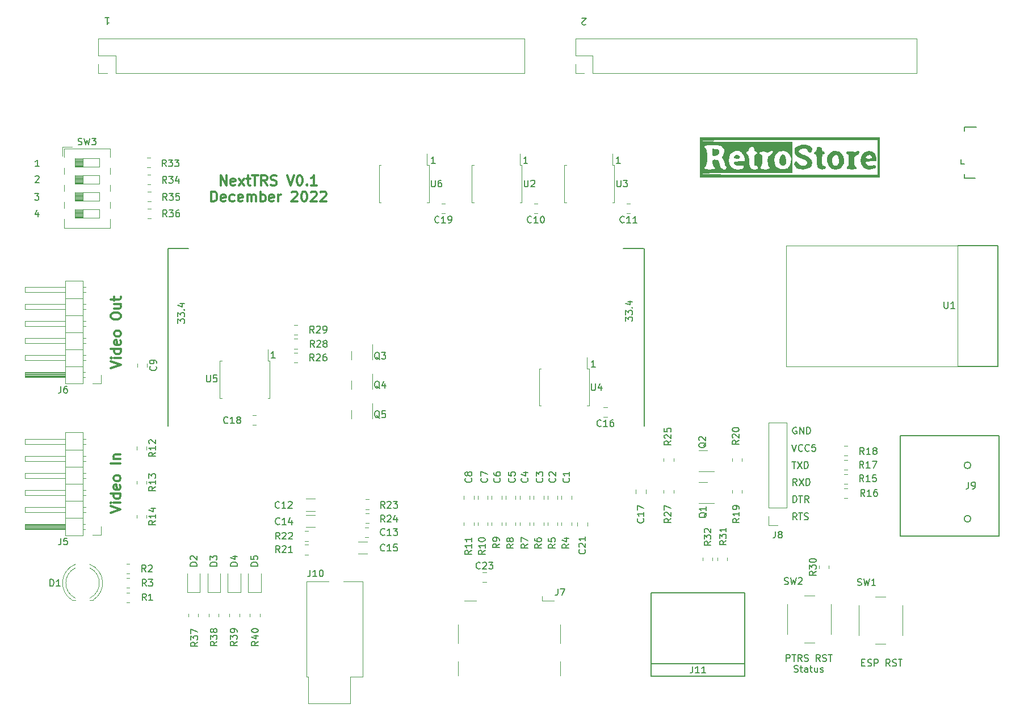
<source format=gbr>
%TF.GenerationSoftware,KiCad,Pcbnew,(6.0.9)*%
%TF.CreationDate,2022-12-28T10:19:49-08:00*%
%TF.ProjectId,NextTRS,4e657874-5452-4532-9e6b-696361645f70,rev?*%
%TF.SameCoordinates,Original*%
%TF.FileFunction,Legend,Top*%
%TF.FilePolarity,Positive*%
%FSLAX46Y46*%
G04 Gerber Fmt 4.6, Leading zero omitted, Abs format (unit mm)*
G04 Created by KiCad (PCBNEW (6.0.9)) date 2022-12-28 10:19:49*
%MOMM*%
%LPD*%
G01*
G04 APERTURE LIST*
%ADD10C,0.150000*%
%ADD11C,0.300000*%
%ADD12C,0.120000*%
%ADD13C,0.050000*%
G04 APERTURE END LIST*
D10*
X110420114Y-76347580D02*
X109848685Y-76347580D01*
X110134400Y-76347580D02*
X110134400Y-75347580D01*
X110039161Y-75490438D01*
X109943923Y-75585676D01*
X109848685Y-75633295D01*
X23183885Y-78287619D02*
X23231504Y-78240000D01*
X23326742Y-78192380D01*
X23564838Y-78192380D01*
X23660076Y-78240000D01*
X23707695Y-78287619D01*
X23755314Y-78382857D01*
X23755314Y-78478095D01*
X23707695Y-78620952D01*
X23136266Y-79192380D01*
X23755314Y-79192380D01*
X146474228Y-150855371D02*
X146807561Y-150855371D01*
X146950419Y-151379180D02*
X146474228Y-151379180D01*
X146474228Y-150379180D01*
X146950419Y-150379180D01*
X147331371Y-151331561D02*
X147474228Y-151379180D01*
X147712323Y-151379180D01*
X147807561Y-151331561D01*
X147855180Y-151283942D01*
X147902800Y-151188704D01*
X147902800Y-151093466D01*
X147855180Y-150998228D01*
X147807561Y-150950609D01*
X147712323Y-150902990D01*
X147521847Y-150855371D01*
X147426609Y-150807752D01*
X147378990Y-150760133D01*
X147331371Y-150664895D01*
X147331371Y-150569657D01*
X147378990Y-150474419D01*
X147426609Y-150426800D01*
X147521847Y-150379180D01*
X147759942Y-150379180D01*
X147902800Y-150426800D01*
X148331371Y-151379180D02*
X148331371Y-150379180D01*
X148712323Y-150379180D01*
X148807561Y-150426800D01*
X148855180Y-150474419D01*
X148902800Y-150569657D01*
X148902800Y-150712514D01*
X148855180Y-150807752D01*
X148807561Y-150855371D01*
X148712323Y-150902990D01*
X148331371Y-150902990D01*
X150664704Y-151379180D02*
X150331371Y-150902990D01*
X150093276Y-151379180D02*
X150093276Y-150379180D01*
X150474228Y-150379180D01*
X150569466Y-150426800D01*
X150617085Y-150474419D01*
X150664704Y-150569657D01*
X150664704Y-150712514D01*
X150617085Y-150807752D01*
X150569466Y-150855371D01*
X150474228Y-150902990D01*
X150093276Y-150902990D01*
X151045657Y-151331561D02*
X151188514Y-151379180D01*
X151426609Y-151379180D01*
X151521847Y-151331561D01*
X151569466Y-151283942D01*
X151617085Y-151188704D01*
X151617085Y-151093466D01*
X151569466Y-150998228D01*
X151521847Y-150950609D01*
X151426609Y-150902990D01*
X151236133Y-150855371D01*
X151140895Y-150807752D01*
X151093276Y-150760133D01*
X151045657Y-150664895D01*
X151045657Y-150569657D01*
X151093276Y-150474419D01*
X151140895Y-150426800D01*
X151236133Y-150379180D01*
X151474228Y-150379180D01*
X151617085Y-150426800D01*
X151902800Y-150379180D02*
X152474228Y-150379180D01*
X152188514Y-151379180D02*
X152188514Y-150379180D01*
X136183471Y-126944380D02*
X136183471Y-125944380D01*
X136421566Y-125944380D01*
X136564423Y-125992000D01*
X136659661Y-126087238D01*
X136707281Y-126182476D01*
X136754900Y-126372952D01*
X136754900Y-126515809D01*
X136707281Y-126706285D01*
X136659661Y-126801523D01*
X136564423Y-126896761D01*
X136421566Y-126944380D01*
X136183471Y-126944380D01*
X137040614Y-125944380D02*
X137612042Y-125944380D01*
X137326328Y-126944380D02*
X137326328Y-125944380D01*
X138516804Y-126944380D02*
X138183471Y-126468190D01*
X137945376Y-126944380D02*
X137945376Y-125944380D01*
X138326328Y-125944380D01*
X138421566Y-125992000D01*
X138469185Y-126039619D01*
X138516804Y-126134857D01*
X138516804Y-126277714D01*
X138469185Y-126372952D01*
X138421566Y-126420571D01*
X138326328Y-126468190D01*
X137945376Y-126468190D01*
X23609276Y-83656514D02*
X23609276Y-84323180D01*
X23371180Y-83275561D02*
X23133085Y-83989847D01*
X23752133Y-83989847D01*
D11*
X34382971Y-128517885D02*
X35882971Y-128017885D01*
X34382971Y-127517885D01*
X35882971Y-127017885D02*
X34882971Y-127017885D01*
X34382971Y-127017885D02*
X34454400Y-127089314D01*
X34525828Y-127017885D01*
X34454400Y-126946457D01*
X34382971Y-127017885D01*
X34525828Y-127017885D01*
X35882971Y-125660742D02*
X34382971Y-125660742D01*
X35811542Y-125660742D02*
X35882971Y-125803600D01*
X35882971Y-126089314D01*
X35811542Y-126232171D01*
X35740114Y-126303600D01*
X35597257Y-126375028D01*
X35168685Y-126375028D01*
X35025828Y-126303600D01*
X34954400Y-126232171D01*
X34882971Y-126089314D01*
X34882971Y-125803600D01*
X34954400Y-125660742D01*
X35811542Y-124375028D02*
X35882971Y-124517885D01*
X35882971Y-124803600D01*
X35811542Y-124946457D01*
X35668685Y-125017885D01*
X35097257Y-125017885D01*
X34954400Y-124946457D01*
X34882971Y-124803600D01*
X34882971Y-124517885D01*
X34954400Y-124375028D01*
X35097257Y-124303600D01*
X35240114Y-124303600D01*
X35382971Y-125017885D01*
X35882971Y-123446457D02*
X35811542Y-123589314D01*
X35740114Y-123660742D01*
X35597257Y-123732171D01*
X35168685Y-123732171D01*
X35025828Y-123660742D01*
X34954400Y-123589314D01*
X34882971Y-123446457D01*
X34882971Y-123232171D01*
X34954400Y-123089314D01*
X35025828Y-123017885D01*
X35168685Y-122946457D01*
X35597257Y-122946457D01*
X35740114Y-123017885D01*
X35811542Y-123089314D01*
X35882971Y-123232171D01*
X35882971Y-123446457D01*
X35882971Y-121160742D02*
X34382971Y-121160742D01*
X34882971Y-120446457D02*
X35882971Y-120446457D01*
X35025828Y-120446457D02*
X34954400Y-120375028D01*
X34882971Y-120232171D01*
X34882971Y-120017885D01*
X34954400Y-119875028D01*
X35097257Y-119803600D01*
X35882971Y-119803600D01*
X50819942Y-79633471D02*
X50819942Y-78133471D01*
X51677085Y-79633471D01*
X51677085Y-78133471D01*
X52962800Y-79562042D02*
X52819942Y-79633471D01*
X52534228Y-79633471D01*
X52391371Y-79562042D01*
X52319942Y-79419185D01*
X52319942Y-78847757D01*
X52391371Y-78704900D01*
X52534228Y-78633471D01*
X52819942Y-78633471D01*
X52962800Y-78704900D01*
X53034228Y-78847757D01*
X53034228Y-78990614D01*
X52319942Y-79133471D01*
X53534228Y-79633471D02*
X54319942Y-78633471D01*
X53534228Y-78633471D02*
X54319942Y-79633471D01*
X54677085Y-78633471D02*
X55248514Y-78633471D01*
X54891371Y-78133471D02*
X54891371Y-79419185D01*
X54962800Y-79562042D01*
X55105657Y-79633471D01*
X55248514Y-79633471D01*
X55534228Y-78133471D02*
X56391371Y-78133471D01*
X55962800Y-79633471D02*
X55962800Y-78133471D01*
X57748514Y-79633471D02*
X57248514Y-78919185D01*
X56891371Y-79633471D02*
X56891371Y-78133471D01*
X57462800Y-78133471D01*
X57605657Y-78204900D01*
X57677085Y-78276328D01*
X57748514Y-78419185D01*
X57748514Y-78633471D01*
X57677085Y-78776328D01*
X57605657Y-78847757D01*
X57462800Y-78919185D01*
X56891371Y-78919185D01*
X58319942Y-79562042D02*
X58534228Y-79633471D01*
X58891371Y-79633471D01*
X59034228Y-79562042D01*
X59105657Y-79490614D01*
X59177085Y-79347757D01*
X59177085Y-79204900D01*
X59105657Y-79062042D01*
X59034228Y-78990614D01*
X58891371Y-78919185D01*
X58605657Y-78847757D01*
X58462800Y-78776328D01*
X58391371Y-78704900D01*
X58319942Y-78562042D01*
X58319942Y-78419185D01*
X58391371Y-78276328D01*
X58462800Y-78204900D01*
X58605657Y-78133471D01*
X58962800Y-78133471D01*
X59177085Y-78204900D01*
X60748514Y-78133471D02*
X61248514Y-79633471D01*
X61748514Y-78133471D01*
X62534228Y-78133471D02*
X62677085Y-78133471D01*
X62819942Y-78204900D01*
X62891371Y-78276328D01*
X62962800Y-78419185D01*
X63034228Y-78704900D01*
X63034228Y-79062042D01*
X62962800Y-79347757D01*
X62891371Y-79490614D01*
X62819942Y-79562042D01*
X62677085Y-79633471D01*
X62534228Y-79633471D01*
X62391371Y-79562042D01*
X62319942Y-79490614D01*
X62248514Y-79347757D01*
X62177085Y-79062042D01*
X62177085Y-78704900D01*
X62248514Y-78419185D01*
X62319942Y-78276328D01*
X62391371Y-78204900D01*
X62534228Y-78133471D01*
X63677085Y-79490614D02*
X63748514Y-79562042D01*
X63677085Y-79633471D01*
X63605657Y-79562042D01*
X63677085Y-79490614D01*
X63677085Y-79633471D01*
X65177085Y-79633471D02*
X64319942Y-79633471D01*
X64748514Y-79633471D02*
X64748514Y-78133471D01*
X64605657Y-78347757D01*
X64462800Y-78490614D01*
X64319942Y-78562042D01*
X49427085Y-82048471D02*
X49427085Y-80548471D01*
X49784228Y-80548471D01*
X49998514Y-80619900D01*
X50141371Y-80762757D01*
X50212800Y-80905614D01*
X50284228Y-81191328D01*
X50284228Y-81405614D01*
X50212800Y-81691328D01*
X50141371Y-81834185D01*
X49998514Y-81977042D01*
X49784228Y-82048471D01*
X49427085Y-82048471D01*
X51498514Y-81977042D02*
X51355657Y-82048471D01*
X51069942Y-82048471D01*
X50927085Y-81977042D01*
X50855657Y-81834185D01*
X50855657Y-81262757D01*
X50927085Y-81119900D01*
X51069942Y-81048471D01*
X51355657Y-81048471D01*
X51498514Y-81119900D01*
X51569942Y-81262757D01*
X51569942Y-81405614D01*
X50855657Y-81548471D01*
X52855657Y-81977042D02*
X52712800Y-82048471D01*
X52427085Y-82048471D01*
X52284228Y-81977042D01*
X52212800Y-81905614D01*
X52141371Y-81762757D01*
X52141371Y-81334185D01*
X52212800Y-81191328D01*
X52284228Y-81119900D01*
X52427085Y-81048471D01*
X52712800Y-81048471D01*
X52855657Y-81119900D01*
X54069942Y-81977042D02*
X53927085Y-82048471D01*
X53641371Y-82048471D01*
X53498514Y-81977042D01*
X53427085Y-81834185D01*
X53427085Y-81262757D01*
X53498514Y-81119900D01*
X53641371Y-81048471D01*
X53927085Y-81048471D01*
X54069942Y-81119900D01*
X54141371Y-81262757D01*
X54141371Y-81405614D01*
X53427085Y-81548471D01*
X54784228Y-82048471D02*
X54784228Y-81048471D01*
X54784228Y-81191328D02*
X54855657Y-81119900D01*
X54998514Y-81048471D01*
X55212800Y-81048471D01*
X55355657Y-81119900D01*
X55427085Y-81262757D01*
X55427085Y-82048471D01*
X55427085Y-81262757D02*
X55498514Y-81119900D01*
X55641371Y-81048471D01*
X55855657Y-81048471D01*
X55998514Y-81119900D01*
X56069942Y-81262757D01*
X56069942Y-82048471D01*
X56784228Y-82048471D02*
X56784228Y-80548471D01*
X56784228Y-81119900D02*
X56927085Y-81048471D01*
X57212800Y-81048471D01*
X57355657Y-81119900D01*
X57427085Y-81191328D01*
X57498514Y-81334185D01*
X57498514Y-81762757D01*
X57427085Y-81905614D01*
X57355657Y-81977042D01*
X57212800Y-82048471D01*
X56927085Y-82048471D01*
X56784228Y-81977042D01*
X58712800Y-81977042D02*
X58569942Y-82048471D01*
X58284228Y-82048471D01*
X58141371Y-81977042D01*
X58069942Y-81834185D01*
X58069942Y-81262757D01*
X58141371Y-81119900D01*
X58284228Y-81048471D01*
X58569942Y-81048471D01*
X58712800Y-81119900D01*
X58784228Y-81262757D01*
X58784228Y-81405614D01*
X58069942Y-81548471D01*
X59427085Y-82048471D02*
X59427085Y-81048471D01*
X59427085Y-81334185D02*
X59498514Y-81191328D01*
X59569942Y-81119900D01*
X59712800Y-81048471D01*
X59855657Y-81048471D01*
X61427085Y-80691328D02*
X61498514Y-80619900D01*
X61641371Y-80548471D01*
X61998514Y-80548471D01*
X62141371Y-80619900D01*
X62212800Y-80691328D01*
X62284228Y-80834185D01*
X62284228Y-80977042D01*
X62212800Y-81191328D01*
X61355657Y-82048471D01*
X62284228Y-82048471D01*
X63212800Y-80548471D02*
X63355657Y-80548471D01*
X63498514Y-80619900D01*
X63569942Y-80691328D01*
X63641371Y-80834185D01*
X63712800Y-81119900D01*
X63712800Y-81477042D01*
X63641371Y-81762757D01*
X63569942Y-81905614D01*
X63498514Y-81977042D01*
X63355657Y-82048471D01*
X63212800Y-82048471D01*
X63069942Y-81977042D01*
X62998514Y-81905614D01*
X62927085Y-81762757D01*
X62855657Y-81477042D01*
X62855657Y-81119900D01*
X62927085Y-80834185D01*
X62998514Y-80691328D01*
X63069942Y-80619900D01*
X63212800Y-80548471D01*
X64284228Y-80691328D02*
X64355657Y-80619900D01*
X64498514Y-80548471D01*
X64855657Y-80548471D01*
X64998514Y-80619900D01*
X65069942Y-80691328D01*
X65141371Y-80834185D01*
X65141371Y-80977042D01*
X65069942Y-81191328D01*
X64212800Y-82048471D01*
X65141371Y-82048471D01*
X65712800Y-80691328D02*
X65784228Y-80619900D01*
X65927085Y-80548471D01*
X66284228Y-80548471D01*
X66427085Y-80619900D01*
X66498514Y-80691328D01*
X66569942Y-80834185D01*
X66569942Y-80977042D01*
X66498514Y-81191328D01*
X65641371Y-82048471D01*
X66569942Y-82048471D01*
D10*
X136754900Y-129535180D02*
X136421566Y-129058990D01*
X136183471Y-129535180D02*
X136183471Y-128535180D01*
X136564423Y-128535180D01*
X136659662Y-128582800D01*
X136707281Y-128630419D01*
X136754900Y-128725657D01*
X136754900Y-128868514D01*
X136707281Y-128963752D01*
X136659662Y-129011371D01*
X136564423Y-129058990D01*
X136183471Y-129058990D01*
X137040614Y-128535180D02*
X137612042Y-128535180D01*
X137326328Y-129535180D02*
X137326328Y-128535180D01*
X137897757Y-129487561D02*
X138040614Y-129535180D01*
X138278709Y-129535180D01*
X138373947Y-129487561D01*
X138421566Y-129439942D01*
X138469185Y-129344704D01*
X138469185Y-129249466D01*
X138421566Y-129154228D01*
X138373947Y-129106609D01*
X138278709Y-129058990D01*
X138088233Y-129011371D01*
X137992995Y-128963752D01*
X137945376Y-128916133D01*
X137897757Y-128820895D01*
X137897757Y-128725657D01*
X137945376Y-128630419D01*
X137992995Y-128582800D01*
X138088233Y-128535180D01*
X138326328Y-128535180D01*
X138469185Y-128582800D01*
X23085466Y-80833980D02*
X23704514Y-80833980D01*
X23371180Y-81214933D01*
X23514038Y-81214933D01*
X23609276Y-81262552D01*
X23656895Y-81310171D01*
X23704514Y-81405409D01*
X23704514Y-81643504D01*
X23656895Y-81738742D01*
X23609276Y-81786361D01*
X23514038Y-81833980D01*
X23228323Y-81833980D01*
X23133085Y-81786361D01*
X23085466Y-81738742D01*
X136707280Y-115781200D02*
X136612042Y-115733580D01*
X136469185Y-115733580D01*
X136326328Y-115781200D01*
X136231090Y-115876438D01*
X136183471Y-115971676D01*
X136135852Y-116162152D01*
X136135852Y-116305009D01*
X136183471Y-116495485D01*
X136231090Y-116590723D01*
X136326328Y-116685961D01*
X136469185Y-116733580D01*
X136564423Y-116733580D01*
X136707280Y-116685961D01*
X136754899Y-116638342D01*
X136754899Y-116305009D01*
X136564423Y-116305009D01*
X137183471Y-116733580D02*
X137183471Y-115733580D01*
X137754899Y-116733580D01*
X137754899Y-115733580D01*
X138231090Y-116733580D02*
X138231090Y-115733580D01*
X138469185Y-115733580D01*
X138612042Y-115781200D01*
X138707280Y-115876438D01*
X138754899Y-115971676D01*
X138802518Y-116162152D01*
X138802518Y-116305009D01*
X138754899Y-116495485D01*
X138707280Y-116590723D01*
X138612042Y-116685961D01*
X138469185Y-116733580D01*
X138231090Y-116733580D01*
X105289314Y-55570379D02*
X105241695Y-55617999D01*
X105146457Y-55665618D01*
X104908361Y-55665618D01*
X104813123Y-55617999D01*
X104765504Y-55570379D01*
X104717885Y-55475141D01*
X104717885Y-55379903D01*
X104765504Y-55237046D01*
X105336933Y-54665618D01*
X104717885Y-54665618D01*
X82835714Y-76347580D02*
X82264285Y-76347580D01*
X82550000Y-76347580D02*
X82550000Y-75347580D01*
X82454761Y-75490438D01*
X82359523Y-75585676D01*
X82264285Y-75633295D01*
X136040614Y-118324380D02*
X136373947Y-119324380D01*
X136707280Y-118324380D01*
X137612042Y-119229142D02*
X137564423Y-119276761D01*
X137421566Y-119324380D01*
X137326328Y-119324380D01*
X137183471Y-119276761D01*
X137088233Y-119181523D01*
X137040614Y-119086285D01*
X136992995Y-118895809D01*
X136992995Y-118752952D01*
X137040614Y-118562476D01*
X137088233Y-118467238D01*
X137183471Y-118372000D01*
X137326328Y-118324380D01*
X137421566Y-118324380D01*
X137564423Y-118372000D01*
X137612042Y-118419619D01*
X138612042Y-119229142D02*
X138564423Y-119276761D01*
X138421566Y-119324380D01*
X138326328Y-119324380D01*
X138183471Y-119276761D01*
X138088233Y-119181523D01*
X138040614Y-119086285D01*
X137992995Y-118895809D01*
X137992995Y-118752952D01*
X138040614Y-118562476D01*
X138088233Y-118467238D01*
X138183471Y-118372000D01*
X138326328Y-118324380D01*
X138421566Y-118324380D01*
X138564423Y-118372000D01*
X138612042Y-118419619D01*
X139516804Y-118324380D02*
X139040614Y-118324380D01*
X138992995Y-118800571D01*
X139040614Y-118752952D01*
X139135852Y-118705333D01*
X139373947Y-118705333D01*
X139469185Y-118752952D01*
X139516804Y-118800571D01*
X139564423Y-118895809D01*
X139564423Y-119133904D01*
X139516804Y-119229142D01*
X139469185Y-119276761D01*
X139373947Y-119324380D01*
X139135852Y-119324380D01*
X139040614Y-119276761D01*
X138992995Y-119229142D01*
X136754899Y-124404380D02*
X136421566Y-123928190D01*
X136183471Y-124404380D02*
X136183471Y-123404380D01*
X136564423Y-123404380D01*
X136659661Y-123452000D01*
X136707280Y-123499619D01*
X136754899Y-123594857D01*
X136754899Y-123737714D01*
X136707280Y-123832952D01*
X136659661Y-123880571D01*
X136564423Y-123928190D01*
X136183471Y-123928190D01*
X137088233Y-123404380D02*
X137754899Y-124404380D01*
X137754899Y-123404380D02*
X137088233Y-124404380D01*
X138135852Y-124404380D02*
X138135852Y-123404380D01*
X138373947Y-123404380D01*
X138516804Y-123452000D01*
X138612042Y-123547238D01*
X138659661Y-123642476D01*
X138707280Y-123832952D01*
X138707280Y-123975809D01*
X138659661Y-124166285D01*
X138612042Y-124261523D01*
X138516804Y-124356761D01*
X138373947Y-124404380D01*
X138135852Y-124404380D01*
X96602514Y-76347580D02*
X96031085Y-76347580D01*
X96316800Y-76347580D02*
X96316800Y-75347580D01*
X96221561Y-75490438D01*
X96126323Y-75585676D01*
X96031085Y-75633295D01*
D11*
X34433771Y-106921428D02*
X35933771Y-106421428D01*
X34433771Y-105921428D01*
X35933771Y-105421428D02*
X34933771Y-105421428D01*
X34433771Y-105421428D02*
X34505200Y-105492857D01*
X34576628Y-105421428D01*
X34505200Y-105350000D01*
X34433771Y-105421428D01*
X34576628Y-105421428D01*
X35933771Y-104064285D02*
X34433771Y-104064285D01*
X35862342Y-104064285D02*
X35933771Y-104207142D01*
X35933771Y-104492857D01*
X35862342Y-104635714D01*
X35790914Y-104707142D01*
X35648057Y-104778571D01*
X35219485Y-104778571D01*
X35076628Y-104707142D01*
X35005200Y-104635714D01*
X34933771Y-104492857D01*
X34933771Y-104207142D01*
X35005200Y-104064285D01*
X35862342Y-102778571D02*
X35933771Y-102921428D01*
X35933771Y-103207142D01*
X35862342Y-103350000D01*
X35719485Y-103421428D01*
X35148057Y-103421428D01*
X35005200Y-103350000D01*
X34933771Y-103207142D01*
X34933771Y-102921428D01*
X35005200Y-102778571D01*
X35148057Y-102707142D01*
X35290914Y-102707142D01*
X35433771Y-103421428D01*
X35933771Y-101850000D02*
X35862342Y-101992857D01*
X35790914Y-102064285D01*
X35648057Y-102135714D01*
X35219485Y-102135714D01*
X35076628Y-102064285D01*
X35005200Y-101992857D01*
X34933771Y-101850000D01*
X34933771Y-101635714D01*
X35005200Y-101492857D01*
X35076628Y-101421428D01*
X35219485Y-101350000D01*
X35648057Y-101350000D01*
X35790914Y-101421428D01*
X35862342Y-101492857D01*
X35933771Y-101635714D01*
X35933771Y-101850000D01*
X34433771Y-99278571D02*
X34433771Y-98992857D01*
X34505200Y-98850000D01*
X34648057Y-98707142D01*
X34933771Y-98635714D01*
X35433771Y-98635714D01*
X35719485Y-98707142D01*
X35862342Y-98850000D01*
X35933771Y-98992857D01*
X35933771Y-99278571D01*
X35862342Y-99421428D01*
X35719485Y-99564285D01*
X35433771Y-99635714D01*
X34933771Y-99635714D01*
X34648057Y-99564285D01*
X34505200Y-99421428D01*
X34433771Y-99278571D01*
X34933771Y-97350000D02*
X35933771Y-97350000D01*
X34933771Y-97992857D02*
X35719485Y-97992857D01*
X35862342Y-97921428D01*
X35933771Y-97778571D01*
X35933771Y-97564285D01*
X35862342Y-97421428D01*
X35790914Y-97350000D01*
X34933771Y-96850000D02*
X34933771Y-96278571D01*
X34433771Y-96635714D02*
X35719485Y-96635714D01*
X35862342Y-96564285D01*
X35933771Y-96421428D01*
X35933771Y-96278571D01*
D10*
X106711714Y-106725980D02*
X106140285Y-106725980D01*
X106426000Y-106725980D02*
X106426000Y-105725980D01*
X106330761Y-105868838D01*
X106235523Y-105964076D01*
X106140285Y-106011695D01*
X135174457Y-150675780D02*
X135174457Y-149675780D01*
X135555409Y-149675780D01*
X135650647Y-149723400D01*
X135698266Y-149771019D01*
X135745885Y-149866257D01*
X135745885Y-150009114D01*
X135698266Y-150104352D01*
X135650647Y-150151971D01*
X135555409Y-150199590D01*
X135174457Y-150199590D01*
X136031600Y-149675780D02*
X136603028Y-149675780D01*
X136317314Y-150675780D02*
X136317314Y-149675780D01*
X137507790Y-150675780D02*
X137174457Y-150199590D01*
X136936361Y-150675780D02*
X136936361Y-149675780D01*
X137317314Y-149675780D01*
X137412552Y-149723400D01*
X137460171Y-149771019D01*
X137507790Y-149866257D01*
X137507790Y-150009114D01*
X137460171Y-150104352D01*
X137412552Y-150151971D01*
X137317314Y-150199590D01*
X136936361Y-150199590D01*
X137888742Y-150628161D02*
X138031600Y-150675780D01*
X138269695Y-150675780D01*
X138364933Y-150628161D01*
X138412552Y-150580542D01*
X138460171Y-150485304D01*
X138460171Y-150390066D01*
X138412552Y-150294828D01*
X138364933Y-150247209D01*
X138269695Y-150199590D01*
X138079219Y-150151971D01*
X137983980Y-150104352D01*
X137936361Y-150056733D01*
X137888742Y-149961495D01*
X137888742Y-149866257D01*
X137936361Y-149771019D01*
X137983980Y-149723400D01*
X138079219Y-149675780D01*
X138317314Y-149675780D01*
X138460171Y-149723400D01*
X140222076Y-150675780D02*
X139888742Y-150199590D01*
X139650647Y-150675780D02*
X139650647Y-149675780D01*
X140031600Y-149675780D01*
X140126838Y-149723400D01*
X140174457Y-149771019D01*
X140222076Y-149866257D01*
X140222076Y-150009114D01*
X140174457Y-150104352D01*
X140126838Y-150151971D01*
X140031600Y-150199590D01*
X139650647Y-150199590D01*
X140603028Y-150628161D02*
X140745885Y-150675780D01*
X140983980Y-150675780D01*
X141079219Y-150628161D01*
X141126838Y-150580542D01*
X141174457Y-150485304D01*
X141174457Y-150390066D01*
X141126838Y-150294828D01*
X141079219Y-150247209D01*
X140983980Y-150199590D01*
X140793504Y-150151971D01*
X140698266Y-150104352D01*
X140650647Y-150056733D01*
X140603028Y-149961495D01*
X140603028Y-149866257D01*
X140650647Y-149771019D01*
X140698266Y-149723400D01*
X140793504Y-149675780D01*
X141031600Y-149675780D01*
X141174457Y-149723400D01*
X141460171Y-149675780D02*
X142031600Y-149675780D01*
X141745885Y-150675780D02*
X141745885Y-149675780D01*
X136364933Y-152238161D02*
X136507790Y-152285780D01*
X136745885Y-152285780D01*
X136841123Y-152238161D01*
X136888742Y-152190542D01*
X136936361Y-152095304D01*
X136936361Y-152000066D01*
X136888742Y-151904828D01*
X136841123Y-151857209D01*
X136745885Y-151809590D01*
X136555409Y-151761971D01*
X136460171Y-151714352D01*
X136412552Y-151666733D01*
X136364933Y-151571495D01*
X136364933Y-151476257D01*
X136412552Y-151381019D01*
X136460171Y-151333400D01*
X136555409Y-151285780D01*
X136793504Y-151285780D01*
X136936361Y-151333400D01*
X137222076Y-151619114D02*
X137603028Y-151619114D01*
X137364933Y-151285780D02*
X137364933Y-152142923D01*
X137412552Y-152238161D01*
X137507790Y-152285780D01*
X137603028Y-152285780D01*
X138364933Y-152285780D02*
X138364933Y-151761971D01*
X138317314Y-151666733D01*
X138222076Y-151619114D01*
X138031600Y-151619114D01*
X137936361Y-151666733D01*
X138364933Y-152238161D02*
X138269695Y-152285780D01*
X138031600Y-152285780D01*
X137936361Y-152238161D01*
X137888742Y-152142923D01*
X137888742Y-152047685D01*
X137936361Y-151952447D01*
X138031600Y-151904828D01*
X138269695Y-151904828D01*
X138364933Y-151857209D01*
X138698266Y-151619114D02*
X139079219Y-151619114D01*
X138841123Y-151285780D02*
X138841123Y-152142923D01*
X138888742Y-152238161D01*
X138983980Y-152285780D01*
X139079219Y-152285780D01*
X139841123Y-151619114D02*
X139841123Y-152285780D01*
X139412552Y-151619114D02*
X139412552Y-152142923D01*
X139460171Y-152238161D01*
X139555409Y-152285780D01*
X139698266Y-152285780D01*
X139793504Y-152238161D01*
X139841123Y-152190542D01*
X140269695Y-152238161D02*
X140364933Y-152285780D01*
X140555409Y-152285780D01*
X140650647Y-152238161D01*
X140698266Y-152142923D01*
X140698266Y-152095304D01*
X140650647Y-152000066D01*
X140555409Y-151952447D01*
X140412552Y-151952447D01*
X140317314Y-151904828D01*
X140269695Y-151809590D01*
X140269695Y-151761971D01*
X140317314Y-151666733D01*
X140412552Y-151619114D01*
X140555409Y-151619114D01*
X140650647Y-151666733D01*
X136040614Y-120864380D02*
X136612042Y-120864380D01*
X136326328Y-121864380D02*
X136326328Y-120864380D01*
X136850138Y-120864380D02*
X137516804Y-121864380D01*
X137516804Y-120864380D02*
X136850138Y-121864380D01*
X137897757Y-121864380D02*
X137897757Y-120864380D01*
X138135852Y-120864380D01*
X138278709Y-120912000D01*
X138373947Y-121007238D01*
X138421566Y-121102476D01*
X138469185Y-121292952D01*
X138469185Y-121435809D01*
X138421566Y-121626285D01*
X138373947Y-121721523D01*
X138278709Y-121816761D01*
X138135852Y-121864380D01*
X137897757Y-121864380D01*
X23755314Y-76804780D02*
X23183885Y-76804780D01*
X23469600Y-76804780D02*
X23469600Y-75804780D01*
X23374361Y-75947638D01*
X23279123Y-76042876D01*
X23183885Y-76090495D01*
X33597885Y-54614819D02*
X34169314Y-54614819D01*
X33883600Y-54614819D02*
X33883600Y-55614819D01*
X33978838Y-55471961D01*
X34074076Y-55376723D01*
X34169314Y-55329104D01*
X58959714Y-105405180D02*
X58388285Y-105405180D01*
X58674000Y-105405180D02*
X58674000Y-104405180D01*
X58578761Y-104548038D01*
X58483523Y-104643276D01*
X58388285Y-104690895D01*
%TO.C,Q2*%
X123238152Y-118034438D02*
X123190533Y-118129676D01*
X123095294Y-118224914D01*
X122952437Y-118367771D01*
X122904818Y-118463009D01*
X122904818Y-118558247D01*
X123142913Y-118510628D02*
X123095294Y-118605866D01*
X123000056Y-118701104D01*
X122809580Y-118748723D01*
X122476247Y-118748723D01*
X122285771Y-118701104D01*
X122190533Y-118605866D01*
X122142913Y-118510628D01*
X122142913Y-118320152D01*
X122190533Y-118224914D01*
X122285771Y-118129676D01*
X122476247Y-118082057D01*
X122809580Y-118082057D01*
X123000056Y-118129676D01*
X123095294Y-118224914D01*
X123142913Y-118320152D01*
X123142913Y-118510628D01*
X122238152Y-117701104D02*
X122190533Y-117653485D01*
X122142913Y-117558247D01*
X122142913Y-117320152D01*
X122190533Y-117224914D01*
X122238152Y-117177295D01*
X122333390Y-117129676D01*
X122428628Y-117129676D01*
X122571485Y-117177295D01*
X123142913Y-117748723D01*
X123142913Y-117129676D01*
%TO.C,R33*%
X42689542Y-76804780D02*
X42356209Y-76328590D01*
X42118114Y-76804780D02*
X42118114Y-75804780D01*
X42499066Y-75804780D01*
X42594304Y-75852400D01*
X42641923Y-75900019D01*
X42689542Y-75995257D01*
X42689542Y-76138114D01*
X42641923Y-76233352D01*
X42594304Y-76280971D01*
X42499066Y-76328590D01*
X42118114Y-76328590D01*
X43022876Y-75804780D02*
X43641923Y-75804780D01*
X43308590Y-76185733D01*
X43451447Y-76185733D01*
X43546685Y-76233352D01*
X43594304Y-76280971D01*
X43641923Y-76376209D01*
X43641923Y-76614304D01*
X43594304Y-76709542D01*
X43546685Y-76757161D01*
X43451447Y-76804780D01*
X43165733Y-76804780D01*
X43070495Y-76757161D01*
X43022876Y-76709542D01*
X43975257Y-75804780D02*
X44594304Y-75804780D01*
X44260971Y-76185733D01*
X44403828Y-76185733D01*
X44499066Y-76233352D01*
X44546685Y-76280971D01*
X44594304Y-76376209D01*
X44594304Y-76614304D01*
X44546685Y-76709542D01*
X44499066Y-76757161D01*
X44403828Y-76804780D01*
X44118114Y-76804780D01*
X44022876Y-76757161D01*
X43975257Y-76709542D01*
%TO.C,C17*%
X113861408Y-129372457D02*
X113909027Y-129420076D01*
X113956646Y-129562933D01*
X113956646Y-129658171D01*
X113909027Y-129801028D01*
X113813789Y-129896266D01*
X113718551Y-129943885D01*
X113528075Y-129991504D01*
X113385218Y-129991504D01*
X113194742Y-129943885D01*
X113099504Y-129896266D01*
X113004266Y-129801028D01*
X112956646Y-129658171D01*
X112956646Y-129562933D01*
X113004266Y-129420076D01*
X113051885Y-129372457D01*
X113956646Y-128420076D02*
X113956646Y-128991504D01*
X113956646Y-128705790D02*
X112956646Y-128705790D01*
X113099504Y-128801028D01*
X113194742Y-128896266D01*
X113242361Y-128991504D01*
X112956646Y-128086742D02*
X112956646Y-127420076D01*
X113956646Y-127848647D01*
%TO.C,R39*%
X53271312Y-147708857D02*
X52795122Y-148042190D01*
X53271312Y-148280285D02*
X52271312Y-148280285D01*
X52271312Y-147899333D01*
X52318932Y-147804095D01*
X52366551Y-147756476D01*
X52461789Y-147708857D01*
X52604646Y-147708857D01*
X52699884Y-147756476D01*
X52747503Y-147804095D01*
X52795122Y-147899333D01*
X52795122Y-148280285D01*
X52271312Y-147375523D02*
X52271312Y-146756476D01*
X52652265Y-147089809D01*
X52652265Y-146946952D01*
X52699884Y-146851714D01*
X52747503Y-146804095D01*
X52842741Y-146756476D01*
X53080836Y-146756476D01*
X53176074Y-146804095D01*
X53223693Y-146851714D01*
X53271312Y-146946952D01*
X53271312Y-147232666D01*
X53223693Y-147327904D01*
X53176074Y-147375523D01*
X53271312Y-146280285D02*
X53271312Y-146089809D01*
X53223693Y-145994571D01*
X53176074Y-145946952D01*
X53033217Y-145851714D01*
X52842741Y-145804095D01*
X52461789Y-145804095D01*
X52366551Y-145851714D01*
X52318932Y-145899333D01*
X52271312Y-145994571D01*
X52271312Y-146185047D01*
X52318932Y-146280285D01*
X52366551Y-146327904D01*
X52461789Y-146375523D01*
X52699884Y-146375523D01*
X52795122Y-146327904D01*
X52842741Y-146280285D01*
X52890360Y-146185047D01*
X52890360Y-145994571D01*
X52842741Y-145899333D01*
X52795122Y-145851714D01*
X52699884Y-145804095D01*
%TO.C,C15*%
X75283241Y-134106541D02*
X75235622Y-134154160D01*
X75092765Y-134201779D01*
X74997527Y-134201779D01*
X74854670Y-134154160D01*
X74759432Y-134058922D01*
X74711813Y-133963684D01*
X74664194Y-133773208D01*
X74664194Y-133630351D01*
X74711813Y-133439875D01*
X74759432Y-133344637D01*
X74854670Y-133249399D01*
X74997527Y-133201779D01*
X75092765Y-133201779D01*
X75235622Y-133249399D01*
X75283241Y-133297018D01*
X76235622Y-134201779D02*
X75664194Y-134201779D01*
X75949908Y-134201779D02*
X75949908Y-133201779D01*
X75854670Y-133344637D01*
X75759432Y-133439875D01*
X75664194Y-133487494D01*
X77140384Y-133201779D02*
X76664194Y-133201779D01*
X76616575Y-133677970D01*
X76664194Y-133630351D01*
X76759432Y-133582732D01*
X76997527Y-133582732D01*
X77092765Y-133630351D01*
X77140384Y-133677970D01*
X77188003Y-133773208D01*
X77188003Y-134011303D01*
X77140384Y-134106541D01*
X77092765Y-134154160D01*
X76997527Y-134201779D01*
X76759432Y-134201779D01*
X76664194Y-134154160D01*
X76616575Y-134106541D01*
%TO.C,R8*%
X94483180Y-133186466D02*
X94006990Y-133519800D01*
X94483180Y-133757895D02*
X93483180Y-133757895D01*
X93483180Y-133376942D01*
X93530800Y-133281704D01*
X93578419Y-133234085D01*
X93673657Y-133186466D01*
X93816514Y-133186466D01*
X93911752Y-133234085D01*
X93959371Y-133281704D01*
X94006990Y-133376942D01*
X94006990Y-133757895D01*
X93911752Y-132615038D02*
X93864133Y-132710276D01*
X93816514Y-132757895D01*
X93721276Y-132805514D01*
X93673657Y-132805514D01*
X93578419Y-132757895D01*
X93530800Y-132710276D01*
X93483180Y-132615038D01*
X93483180Y-132424561D01*
X93530800Y-132329323D01*
X93578419Y-132281704D01*
X93673657Y-132234085D01*
X93721276Y-132234085D01*
X93816514Y-132281704D01*
X93864133Y-132329323D01*
X93911752Y-132424561D01*
X93911752Y-132615038D01*
X93959371Y-132710276D01*
X94006990Y-132757895D01*
X94102228Y-132805514D01*
X94292704Y-132805514D01*
X94387942Y-132757895D01*
X94435561Y-132710276D01*
X94483180Y-132615038D01*
X94483180Y-132424561D01*
X94435561Y-132329323D01*
X94387942Y-132281704D01*
X94292704Y-132234085D01*
X94102228Y-132234085D01*
X94006990Y-132281704D01*
X93959371Y-132329323D01*
X93911752Y-132424561D01*
%TO.C,R40*%
X56423180Y-147708857D02*
X55946990Y-148042190D01*
X56423180Y-148280285D02*
X55423180Y-148280285D01*
X55423180Y-147899333D01*
X55470800Y-147804095D01*
X55518419Y-147756476D01*
X55613657Y-147708857D01*
X55756514Y-147708857D01*
X55851752Y-147756476D01*
X55899371Y-147804095D01*
X55946990Y-147899333D01*
X55946990Y-148280285D01*
X55756514Y-146851714D02*
X56423180Y-146851714D01*
X55375561Y-147089809D02*
X56089847Y-147327904D01*
X56089847Y-146708857D01*
X55423180Y-146137428D02*
X55423180Y-146042190D01*
X55470800Y-145946952D01*
X55518419Y-145899333D01*
X55613657Y-145851714D01*
X55804133Y-145804095D01*
X56042228Y-145804095D01*
X56232704Y-145851714D01*
X56327942Y-145899333D01*
X56375561Y-145946952D01*
X56423180Y-146042190D01*
X56423180Y-146137428D01*
X56375561Y-146232666D01*
X56327942Y-146280285D01*
X56232704Y-146327904D01*
X56042228Y-146375523D01*
X55804133Y-146375523D01*
X55613657Y-146327904D01*
X55518419Y-146280285D01*
X55470800Y-146232666D01*
X55423180Y-146137428D01*
%TO.C,SW3*%
X29553066Y-73545561D02*
X29695923Y-73593180D01*
X29934019Y-73593180D01*
X30029257Y-73545561D01*
X30076876Y-73497942D01*
X30124495Y-73402704D01*
X30124495Y-73307466D01*
X30076876Y-73212228D01*
X30029257Y-73164609D01*
X29934019Y-73116990D01*
X29743542Y-73069371D01*
X29648304Y-73021752D01*
X29600685Y-72974133D01*
X29553066Y-72878895D01*
X29553066Y-72783657D01*
X29600685Y-72688419D01*
X29648304Y-72640800D01*
X29743542Y-72593180D01*
X29981638Y-72593180D01*
X30124495Y-72640800D01*
X30457828Y-72593180D02*
X30695923Y-73593180D01*
X30886400Y-72878895D01*
X31076876Y-73593180D01*
X31314971Y-72593180D01*
X31600685Y-72593180D02*
X32219733Y-72593180D01*
X31886400Y-72974133D01*
X32029257Y-72974133D01*
X32124495Y-73021752D01*
X32172114Y-73069371D01*
X32219733Y-73164609D01*
X32219733Y-73402704D01*
X32172114Y-73497942D01*
X32124495Y-73545561D01*
X32029257Y-73593180D01*
X31743542Y-73593180D01*
X31648304Y-73545561D01*
X31600685Y-73497942D01*
%TO.C,R29*%
X64736742Y-101645980D02*
X64403409Y-101169790D01*
X64165314Y-101645980D02*
X64165314Y-100645980D01*
X64546266Y-100645980D01*
X64641504Y-100693600D01*
X64689123Y-100741219D01*
X64736742Y-100836457D01*
X64736742Y-100979314D01*
X64689123Y-101074552D01*
X64641504Y-101122171D01*
X64546266Y-101169790D01*
X64165314Y-101169790D01*
X65117695Y-100741219D02*
X65165314Y-100693600D01*
X65260552Y-100645980D01*
X65498647Y-100645980D01*
X65593885Y-100693600D01*
X65641504Y-100741219D01*
X65689123Y-100836457D01*
X65689123Y-100931695D01*
X65641504Y-101074552D01*
X65070076Y-101645980D01*
X65689123Y-101645980D01*
X66165314Y-101645980D02*
X66355790Y-101645980D01*
X66451028Y-101598361D01*
X66498647Y-101550742D01*
X66593885Y-101407885D01*
X66641504Y-101217409D01*
X66641504Y-100836457D01*
X66593885Y-100741219D01*
X66546266Y-100693600D01*
X66451028Y-100645980D01*
X66260552Y-100645980D01*
X66165314Y-100693600D01*
X66117695Y-100741219D01*
X66070076Y-100836457D01*
X66070076Y-101074552D01*
X66117695Y-101169790D01*
X66165314Y-101217409D01*
X66260552Y-101265028D01*
X66451028Y-101265028D01*
X66546266Y-101217409D01*
X66593885Y-101169790D01*
X66641504Y-101074552D01*
%TO.C,D3*%
X50276046Y-136424895D02*
X49276046Y-136424895D01*
X49276046Y-136186800D01*
X49323666Y-136043942D01*
X49418904Y-135948704D01*
X49514142Y-135901085D01*
X49704618Y-135853466D01*
X49847475Y-135853466D01*
X50037951Y-135901085D01*
X50133189Y-135948704D01*
X50228427Y-136043942D01*
X50276046Y-136186800D01*
X50276046Y-136424895D01*
X49276046Y-135520133D02*
X49276046Y-134901085D01*
X49656999Y-135234419D01*
X49656999Y-135091561D01*
X49704618Y-134996323D01*
X49752237Y-134948704D01*
X49847475Y-134901085D01*
X50085570Y-134901085D01*
X50180808Y-134948704D01*
X50228427Y-134996323D01*
X50276046Y-135091561D01*
X50276046Y-135377276D01*
X50228427Y-135472514D01*
X50180808Y-135520133D01*
%TO.C,C16*%
X107561142Y-115524342D02*
X107513523Y-115571961D01*
X107370666Y-115619580D01*
X107275428Y-115619580D01*
X107132571Y-115571961D01*
X107037333Y-115476723D01*
X106989714Y-115381485D01*
X106942095Y-115191009D01*
X106942095Y-115048152D01*
X106989714Y-114857676D01*
X107037333Y-114762438D01*
X107132571Y-114667200D01*
X107275428Y-114619580D01*
X107370666Y-114619580D01*
X107513523Y-114667200D01*
X107561142Y-114714819D01*
X108513523Y-115619580D02*
X107942095Y-115619580D01*
X108227809Y-115619580D02*
X108227809Y-114619580D01*
X108132571Y-114762438D01*
X108037333Y-114857676D01*
X107942095Y-114905295D01*
X109370666Y-114619580D02*
X109180190Y-114619580D01*
X109084952Y-114667200D01*
X109037333Y-114714819D01*
X108942095Y-114857676D01*
X108894476Y-115048152D01*
X108894476Y-115429104D01*
X108942095Y-115524342D01*
X108989714Y-115571961D01*
X109084952Y-115619580D01*
X109275428Y-115619580D01*
X109370666Y-115571961D01*
X109418285Y-115524342D01*
X109465904Y-115429104D01*
X109465904Y-115191009D01*
X109418285Y-115095771D01*
X109370666Y-115048152D01*
X109275428Y-115000533D01*
X109084952Y-115000533D01*
X108989714Y-115048152D01*
X108942095Y-115095771D01*
X108894476Y-115191009D01*
%TO.C,R27*%
X118003580Y-129351657D02*
X117527390Y-129684990D01*
X118003580Y-129923085D02*
X117003580Y-129923085D01*
X117003580Y-129542133D01*
X117051200Y-129446895D01*
X117098819Y-129399276D01*
X117194057Y-129351657D01*
X117336914Y-129351657D01*
X117432152Y-129399276D01*
X117479771Y-129446895D01*
X117527390Y-129542133D01*
X117527390Y-129923085D01*
X117098819Y-128970704D02*
X117051200Y-128923085D01*
X117003580Y-128827847D01*
X117003580Y-128589752D01*
X117051200Y-128494514D01*
X117098819Y-128446895D01*
X117194057Y-128399276D01*
X117289295Y-128399276D01*
X117432152Y-128446895D01*
X118003580Y-129018323D01*
X118003580Y-128399276D01*
X117003580Y-128065942D02*
X117003580Y-127399276D01*
X118003580Y-127827847D01*
%TO.C,R10*%
X90266780Y-134119857D02*
X89790590Y-134453190D01*
X90266780Y-134691285D02*
X89266780Y-134691285D01*
X89266780Y-134310333D01*
X89314400Y-134215095D01*
X89362019Y-134167476D01*
X89457257Y-134119857D01*
X89600114Y-134119857D01*
X89695352Y-134167476D01*
X89742971Y-134215095D01*
X89790590Y-134310333D01*
X89790590Y-134691285D01*
X90266780Y-133167476D02*
X90266780Y-133738904D01*
X90266780Y-133453190D02*
X89266780Y-133453190D01*
X89409638Y-133548428D01*
X89504876Y-133643666D01*
X89552495Y-133738904D01*
X89266780Y-132548428D02*
X89266780Y-132453190D01*
X89314400Y-132357952D01*
X89362019Y-132310333D01*
X89457257Y-132262714D01*
X89647733Y-132215095D01*
X89885828Y-132215095D01*
X90076304Y-132262714D01*
X90171542Y-132310333D01*
X90219161Y-132357952D01*
X90266780Y-132453190D01*
X90266780Y-132548428D01*
X90219161Y-132643666D01*
X90171542Y-132691285D01*
X90076304Y-132738904D01*
X89885828Y-132786523D01*
X89647733Y-132786523D01*
X89457257Y-132738904D01*
X89362019Y-132691285D01*
X89314400Y-132643666D01*
X89266780Y-132548428D01*
%TO.C,R35*%
X42791142Y-81833980D02*
X42457809Y-81357790D01*
X42219714Y-81833980D02*
X42219714Y-80833980D01*
X42600666Y-80833980D01*
X42695904Y-80881600D01*
X42743523Y-80929219D01*
X42791142Y-81024457D01*
X42791142Y-81167314D01*
X42743523Y-81262552D01*
X42695904Y-81310171D01*
X42600666Y-81357790D01*
X42219714Y-81357790D01*
X43124476Y-80833980D02*
X43743523Y-80833980D01*
X43410190Y-81214933D01*
X43553047Y-81214933D01*
X43648285Y-81262552D01*
X43695904Y-81310171D01*
X43743523Y-81405409D01*
X43743523Y-81643504D01*
X43695904Y-81738742D01*
X43648285Y-81786361D01*
X43553047Y-81833980D01*
X43267333Y-81833980D01*
X43172095Y-81786361D01*
X43124476Y-81738742D01*
X44648285Y-80833980D02*
X44172095Y-80833980D01*
X44124476Y-81310171D01*
X44172095Y-81262552D01*
X44267333Y-81214933D01*
X44505428Y-81214933D01*
X44600666Y-81262552D01*
X44648285Y-81310171D01*
X44695904Y-81405409D01*
X44695904Y-81643504D01*
X44648285Y-81738742D01*
X44600666Y-81786361D01*
X44505428Y-81833980D01*
X44267333Y-81833980D01*
X44172095Y-81786361D01*
X44124476Y-81738742D01*
%TO.C,D2*%
X47289980Y-136424895D02*
X46289980Y-136424895D01*
X46289980Y-136186800D01*
X46337600Y-136043942D01*
X46432838Y-135948704D01*
X46528076Y-135901085D01*
X46718552Y-135853466D01*
X46861409Y-135853466D01*
X47051885Y-135901085D01*
X47147123Y-135948704D01*
X47242361Y-136043942D01*
X47289980Y-136186800D01*
X47289980Y-136424895D01*
X46385219Y-135472514D02*
X46337600Y-135424895D01*
X46289980Y-135329657D01*
X46289980Y-135091561D01*
X46337600Y-134996323D01*
X46385219Y-134948704D01*
X46480457Y-134901085D01*
X46575695Y-134901085D01*
X46718552Y-134948704D01*
X47289980Y-135520133D01*
X47289980Y-134901085D01*
%TO.C,R7*%
X96616780Y-133186466D02*
X96140590Y-133519800D01*
X96616780Y-133757895D02*
X95616780Y-133757895D01*
X95616780Y-133376942D01*
X95664400Y-133281704D01*
X95712019Y-133234085D01*
X95807257Y-133186466D01*
X95950114Y-133186466D01*
X96045352Y-133234085D01*
X96092971Y-133281704D01*
X96140590Y-133376942D01*
X96140590Y-133757895D01*
X95616780Y-132853133D02*
X95616780Y-132186466D01*
X96616780Y-132615038D01*
%TO.C,R16*%
X146880342Y-126029980D02*
X146547009Y-125553790D01*
X146308914Y-126029980D02*
X146308914Y-125029980D01*
X146689866Y-125029980D01*
X146785104Y-125077600D01*
X146832723Y-125125219D01*
X146880342Y-125220457D01*
X146880342Y-125363314D01*
X146832723Y-125458552D01*
X146785104Y-125506171D01*
X146689866Y-125553790D01*
X146308914Y-125553790D01*
X147832723Y-126029980D02*
X147261295Y-126029980D01*
X147547009Y-126029980D02*
X147547009Y-125029980D01*
X147451771Y-125172838D01*
X147356533Y-125268076D01*
X147261295Y-125315695D01*
X148689866Y-125029980D02*
X148499390Y-125029980D01*
X148404152Y-125077600D01*
X148356533Y-125125219D01*
X148261295Y-125268076D01*
X148213676Y-125458552D01*
X148213676Y-125839504D01*
X148261295Y-125934742D01*
X148308914Y-125982361D01*
X148404152Y-126029980D01*
X148594628Y-126029980D01*
X148689866Y-125982361D01*
X148737485Y-125934742D01*
X148785104Y-125839504D01*
X148785104Y-125601409D01*
X148737485Y-125506171D01*
X148689866Y-125458552D01*
X148594628Y-125410933D01*
X148404152Y-125410933D01*
X148308914Y-125458552D01*
X148261295Y-125506171D01*
X148213676Y-125601409D01*
%TO.C,C12*%
X59569041Y-127722741D02*
X59521422Y-127770360D01*
X59378565Y-127817979D01*
X59283327Y-127817979D01*
X59140470Y-127770360D01*
X59045232Y-127675122D01*
X58997613Y-127579884D01*
X58949994Y-127389408D01*
X58949994Y-127246551D01*
X58997613Y-127056075D01*
X59045232Y-126960837D01*
X59140470Y-126865599D01*
X59283327Y-126817979D01*
X59378565Y-126817979D01*
X59521422Y-126865599D01*
X59569041Y-126913218D01*
X60521422Y-127817979D02*
X59949994Y-127817979D01*
X60235708Y-127817979D02*
X60235708Y-126817979D01*
X60140470Y-126960837D01*
X60045232Y-127056075D01*
X59949994Y-127103694D01*
X60902375Y-126913218D02*
X60949994Y-126865599D01*
X61045232Y-126817979D01*
X61283327Y-126817979D01*
X61378565Y-126865599D01*
X61426184Y-126913218D01*
X61473803Y-127008456D01*
X61473803Y-127103694D01*
X61426184Y-127246551D01*
X60854756Y-127817979D01*
X61473803Y-127817979D01*
%TO.C,C6*%
X92432142Y-123356666D02*
X92479761Y-123404285D01*
X92527380Y-123547142D01*
X92527380Y-123642380D01*
X92479761Y-123785238D01*
X92384523Y-123880476D01*
X92289285Y-123928095D01*
X92098809Y-123975714D01*
X91955952Y-123975714D01*
X91765476Y-123928095D01*
X91670238Y-123880476D01*
X91575000Y-123785238D01*
X91527380Y-123642380D01*
X91527380Y-123547142D01*
X91575000Y-123404285D01*
X91622619Y-123356666D01*
X91527380Y-122499523D02*
X91527380Y-122690000D01*
X91575000Y-122785238D01*
X91622619Y-122832857D01*
X91765476Y-122928095D01*
X91955952Y-122975714D01*
X92336904Y-122975714D01*
X92432142Y-122928095D01*
X92479761Y-122880476D01*
X92527380Y-122785238D01*
X92527380Y-122594761D01*
X92479761Y-122499523D01*
X92432142Y-122451904D01*
X92336904Y-122404285D01*
X92098809Y-122404285D01*
X92003571Y-122451904D01*
X91955952Y-122499523D01*
X91908333Y-122594761D01*
X91908333Y-122785238D01*
X91955952Y-122880476D01*
X92003571Y-122928095D01*
X92098809Y-122975714D01*
%TO.C,R34*%
X42740342Y-79293980D02*
X42407009Y-78817790D01*
X42168914Y-79293980D02*
X42168914Y-78293980D01*
X42549866Y-78293980D01*
X42645104Y-78341600D01*
X42692723Y-78389219D01*
X42740342Y-78484457D01*
X42740342Y-78627314D01*
X42692723Y-78722552D01*
X42645104Y-78770171D01*
X42549866Y-78817790D01*
X42168914Y-78817790D01*
X43073676Y-78293980D02*
X43692723Y-78293980D01*
X43359390Y-78674933D01*
X43502247Y-78674933D01*
X43597485Y-78722552D01*
X43645104Y-78770171D01*
X43692723Y-78865409D01*
X43692723Y-79103504D01*
X43645104Y-79198742D01*
X43597485Y-79246361D01*
X43502247Y-79293980D01*
X43216533Y-79293980D01*
X43121295Y-79246361D01*
X43073676Y-79198742D01*
X44549866Y-78627314D02*
X44549866Y-79293980D01*
X44311771Y-78246361D02*
X44073676Y-78960647D01*
X44692723Y-78960647D01*
%TO.C,R2*%
X39660533Y-137307580D02*
X39327200Y-136831390D01*
X39089104Y-137307580D02*
X39089104Y-136307580D01*
X39470057Y-136307580D01*
X39565295Y-136355200D01*
X39612914Y-136402819D01*
X39660533Y-136498057D01*
X39660533Y-136640914D01*
X39612914Y-136736152D01*
X39565295Y-136783771D01*
X39470057Y-136831390D01*
X39089104Y-136831390D01*
X40041485Y-136402819D02*
X40089104Y-136355200D01*
X40184342Y-136307580D01*
X40422438Y-136307580D01*
X40517676Y-136355200D01*
X40565295Y-136402819D01*
X40612914Y-136498057D01*
X40612914Y-136593295D01*
X40565295Y-136736152D01*
X39993866Y-137307580D01*
X40612914Y-137307580D01*
%TO.C,C4*%
X96559642Y-123356666D02*
X96607261Y-123404285D01*
X96654880Y-123547142D01*
X96654880Y-123642380D01*
X96607261Y-123785238D01*
X96512023Y-123880476D01*
X96416785Y-123928095D01*
X96226309Y-123975714D01*
X96083452Y-123975714D01*
X95892976Y-123928095D01*
X95797738Y-123880476D01*
X95702500Y-123785238D01*
X95654880Y-123642380D01*
X95654880Y-123547142D01*
X95702500Y-123404285D01*
X95750119Y-123356666D01*
X95988214Y-122499523D02*
X96654880Y-122499523D01*
X95607261Y-122737619D02*
X96321547Y-122975714D01*
X96321547Y-122356666D01*
%TO.C,R19*%
X128180646Y-129351657D02*
X127704456Y-129684990D01*
X128180646Y-129923085D02*
X127180646Y-129923085D01*
X127180646Y-129542133D01*
X127228266Y-129446895D01*
X127275885Y-129399276D01*
X127371123Y-129351657D01*
X127513980Y-129351657D01*
X127609218Y-129399276D01*
X127656837Y-129446895D01*
X127704456Y-129542133D01*
X127704456Y-129923085D01*
X128180646Y-128399276D02*
X128180646Y-128970704D01*
X128180646Y-128684990D02*
X127180646Y-128684990D01*
X127323504Y-128780228D01*
X127418742Y-128875466D01*
X127466361Y-128970704D01*
X128180646Y-127923085D02*
X128180646Y-127732609D01*
X128133027Y-127637371D01*
X128085408Y-127589752D01*
X127942551Y-127494514D01*
X127752075Y-127446895D01*
X127371123Y-127446895D01*
X127275885Y-127494514D01*
X127228266Y-127542133D01*
X127180646Y-127637371D01*
X127180646Y-127827847D01*
X127228266Y-127923085D01*
X127275885Y-127970704D01*
X127371123Y-128018323D01*
X127609218Y-128018323D01*
X127704456Y-127970704D01*
X127752075Y-127923085D01*
X127799694Y-127827847D01*
X127799694Y-127637371D01*
X127752075Y-127542133D01*
X127704456Y-127494514D01*
X127609218Y-127446895D01*
%TO.C,R31*%
X126233180Y-132672057D02*
X125756990Y-133005390D01*
X126233180Y-133243485D02*
X125233180Y-133243485D01*
X125233180Y-132862533D01*
X125280800Y-132767295D01*
X125328419Y-132719676D01*
X125423657Y-132672057D01*
X125566514Y-132672057D01*
X125661752Y-132719676D01*
X125709371Y-132767295D01*
X125756990Y-132862533D01*
X125756990Y-133243485D01*
X125233180Y-132338723D02*
X125233180Y-131719676D01*
X125614133Y-132053009D01*
X125614133Y-131910152D01*
X125661752Y-131814914D01*
X125709371Y-131767295D01*
X125804609Y-131719676D01*
X126042704Y-131719676D01*
X126137942Y-131767295D01*
X126185561Y-131814914D01*
X126233180Y-131910152D01*
X126233180Y-132195866D01*
X126185561Y-132291104D01*
X126137942Y-132338723D01*
X126233180Y-130767295D02*
X126233180Y-131338723D01*
X126233180Y-131053009D02*
X125233180Y-131053009D01*
X125376038Y-131148247D01*
X125471276Y-131243485D01*
X125518895Y-131338723D01*
%TO.C,C3*%
X98782142Y-123356666D02*
X98829761Y-123404285D01*
X98877380Y-123547142D01*
X98877380Y-123642380D01*
X98829761Y-123785238D01*
X98734523Y-123880476D01*
X98639285Y-123928095D01*
X98448809Y-123975714D01*
X98305952Y-123975714D01*
X98115476Y-123928095D01*
X98020238Y-123880476D01*
X97925000Y-123785238D01*
X97877380Y-123642380D01*
X97877380Y-123547142D01*
X97925000Y-123404285D01*
X97972619Y-123356666D01*
X97877380Y-123023333D02*
X97877380Y-122404285D01*
X98258333Y-122737619D01*
X98258333Y-122594761D01*
X98305952Y-122499523D01*
X98353571Y-122451904D01*
X98448809Y-122404285D01*
X98686904Y-122404285D01*
X98782142Y-122451904D01*
X98829761Y-122499523D01*
X98877380Y-122594761D01*
X98877380Y-122880476D01*
X98829761Y-122975714D01*
X98782142Y-123023333D01*
%TO.C,C7*%
X90527142Y-123356666D02*
X90574761Y-123404285D01*
X90622380Y-123547142D01*
X90622380Y-123642380D01*
X90574761Y-123785238D01*
X90479523Y-123880476D01*
X90384285Y-123928095D01*
X90193809Y-123975714D01*
X90050952Y-123975714D01*
X89860476Y-123928095D01*
X89765238Y-123880476D01*
X89670000Y-123785238D01*
X89622380Y-123642380D01*
X89622380Y-123547142D01*
X89670000Y-123404285D01*
X89717619Y-123356666D01*
X89622380Y-123023333D02*
X89622380Y-122356666D01*
X90622380Y-122785238D01*
%TO.C,C1*%
X102769942Y-123356666D02*
X102817561Y-123404285D01*
X102865180Y-123547142D01*
X102865180Y-123642380D01*
X102817561Y-123785238D01*
X102722323Y-123880476D01*
X102627085Y-123928095D01*
X102436609Y-123975714D01*
X102293752Y-123975714D01*
X102103276Y-123928095D01*
X102008038Y-123880476D01*
X101912800Y-123785238D01*
X101865180Y-123642380D01*
X101865180Y-123547142D01*
X101912800Y-123404285D01*
X101960419Y-123356666D01*
X102865180Y-122404285D02*
X102865180Y-122975714D01*
X102865180Y-122690000D02*
X101865180Y-122690000D01*
X102008038Y-122785238D01*
X102103276Y-122880476D01*
X102150895Y-122975714D01*
%TO.C,SW2*%
X134912266Y-139139561D02*
X135055123Y-139187180D01*
X135293219Y-139187180D01*
X135388457Y-139139561D01*
X135436076Y-139091942D01*
X135483695Y-138996704D01*
X135483695Y-138901466D01*
X135436076Y-138806228D01*
X135388457Y-138758609D01*
X135293219Y-138710990D01*
X135102742Y-138663371D01*
X135007504Y-138615752D01*
X134959885Y-138568133D01*
X134912266Y-138472895D01*
X134912266Y-138377657D01*
X134959885Y-138282419D01*
X135007504Y-138234800D01*
X135102742Y-138187180D01*
X135340838Y-138187180D01*
X135483695Y-138234800D01*
X135817028Y-138187180D02*
X136055123Y-139187180D01*
X136245600Y-138472895D01*
X136436076Y-139187180D01*
X136674171Y-138187180D01*
X137007504Y-138282419D02*
X137055123Y-138234800D01*
X137150361Y-138187180D01*
X137388457Y-138187180D01*
X137483695Y-138234800D01*
X137531314Y-138282419D01*
X137578933Y-138377657D01*
X137578933Y-138472895D01*
X137531314Y-138615752D01*
X136959885Y-139187180D01*
X137578933Y-139187180D01*
%TO.C,J10*%
X64163676Y-137018780D02*
X64163676Y-137733066D01*
X64116057Y-137875923D01*
X64020819Y-137971161D01*
X63877961Y-138018780D01*
X63782723Y-138018780D01*
X65163676Y-138018780D02*
X64592247Y-138018780D01*
X64877961Y-138018780D02*
X64877961Y-137018780D01*
X64782723Y-137161638D01*
X64687485Y-137256876D01*
X64592247Y-137304495D01*
X65782723Y-137018780D02*
X65877961Y-137018780D01*
X65973200Y-137066400D01*
X66020819Y-137114019D01*
X66068438Y-137209257D01*
X66116057Y-137399733D01*
X66116057Y-137637828D01*
X66068438Y-137828304D01*
X66020819Y-137923542D01*
X65973200Y-137971161D01*
X65877961Y-138018780D01*
X65782723Y-138018780D01*
X65687485Y-137971161D01*
X65639866Y-137923542D01*
X65592247Y-137828304D01*
X65544628Y-137637828D01*
X65544628Y-137399733D01*
X65592247Y-137209257D01*
X65639866Y-137114019D01*
X65687485Y-137066400D01*
X65782723Y-137018780D01*
%TO.C,C19*%
X83380342Y-85145942D02*
X83332723Y-85193561D01*
X83189866Y-85241180D01*
X83094628Y-85241180D01*
X82951771Y-85193561D01*
X82856533Y-85098323D01*
X82808914Y-85003085D01*
X82761295Y-84812609D01*
X82761295Y-84669752D01*
X82808914Y-84479276D01*
X82856533Y-84384038D01*
X82951771Y-84288800D01*
X83094628Y-84241180D01*
X83189866Y-84241180D01*
X83332723Y-84288800D01*
X83380342Y-84336419D01*
X84332723Y-85241180D02*
X83761295Y-85241180D01*
X84047009Y-85241180D02*
X84047009Y-84241180D01*
X83951771Y-84384038D01*
X83856533Y-84479276D01*
X83761295Y-84526895D01*
X84808914Y-85241180D02*
X84999390Y-85241180D01*
X85094628Y-85193561D01*
X85142247Y-85145942D01*
X85237485Y-85003085D01*
X85285104Y-84812609D01*
X85285104Y-84431657D01*
X85237485Y-84336419D01*
X85189866Y-84288800D01*
X85094628Y-84241180D01*
X84904152Y-84241180D01*
X84808914Y-84288800D01*
X84761295Y-84336419D01*
X84713676Y-84431657D01*
X84713676Y-84669752D01*
X84761295Y-84764990D01*
X84808914Y-84812609D01*
X84904152Y-84860228D01*
X85094628Y-84860228D01*
X85189866Y-84812609D01*
X85237485Y-84764990D01*
X85285104Y-84669752D01*
%TO.C,C8*%
X88190342Y-123356666D02*
X88237961Y-123404285D01*
X88285580Y-123547142D01*
X88285580Y-123642380D01*
X88237961Y-123785238D01*
X88142723Y-123880476D01*
X88047485Y-123928095D01*
X87857009Y-123975714D01*
X87714152Y-123975714D01*
X87523676Y-123928095D01*
X87428438Y-123880476D01*
X87333200Y-123785238D01*
X87285580Y-123642380D01*
X87285580Y-123547142D01*
X87333200Y-123404285D01*
X87380819Y-123356666D01*
X87714152Y-122785238D02*
X87666533Y-122880476D01*
X87618914Y-122928095D01*
X87523676Y-122975714D01*
X87476057Y-122975714D01*
X87380819Y-122928095D01*
X87333200Y-122880476D01*
X87285580Y-122785238D01*
X87285580Y-122594761D01*
X87333200Y-122499523D01*
X87380819Y-122451904D01*
X87476057Y-122404285D01*
X87523676Y-122404285D01*
X87618914Y-122451904D01*
X87666533Y-122499523D01*
X87714152Y-122594761D01*
X87714152Y-122785238D01*
X87761771Y-122880476D01*
X87809390Y-122928095D01*
X87904628Y-122975714D01*
X88095104Y-122975714D01*
X88190342Y-122928095D01*
X88237961Y-122880476D01*
X88285580Y-122785238D01*
X88285580Y-122594761D01*
X88237961Y-122499523D01*
X88190342Y-122451904D01*
X88095104Y-122404285D01*
X87904628Y-122404285D01*
X87809390Y-122451904D01*
X87761771Y-122499523D01*
X87714152Y-122594761D01*
%TO.C,C23*%
X89527142Y-136789642D02*
X89479523Y-136837261D01*
X89336666Y-136884880D01*
X89241428Y-136884880D01*
X89098571Y-136837261D01*
X89003333Y-136742023D01*
X88955714Y-136646785D01*
X88908095Y-136456309D01*
X88908095Y-136313452D01*
X88955714Y-136122976D01*
X89003333Y-136027738D01*
X89098571Y-135932500D01*
X89241428Y-135884880D01*
X89336666Y-135884880D01*
X89479523Y-135932500D01*
X89527142Y-135980119D01*
X89908095Y-135980119D02*
X89955714Y-135932500D01*
X90050952Y-135884880D01*
X90289047Y-135884880D01*
X90384285Y-135932500D01*
X90431904Y-135980119D01*
X90479523Y-136075357D01*
X90479523Y-136170595D01*
X90431904Y-136313452D01*
X89860476Y-136884880D01*
X90479523Y-136884880D01*
X90812857Y-135884880D02*
X91431904Y-135884880D01*
X91098571Y-136265833D01*
X91241428Y-136265833D01*
X91336666Y-136313452D01*
X91384285Y-136361071D01*
X91431904Y-136456309D01*
X91431904Y-136694404D01*
X91384285Y-136789642D01*
X91336666Y-136837261D01*
X91241428Y-136884880D01*
X90955714Y-136884880D01*
X90860476Y-136837261D01*
X90812857Y-136789642D01*
%TO.C,Q3*%
X74529961Y-105652819D02*
X74434723Y-105605200D01*
X74339485Y-105509961D01*
X74196628Y-105367104D01*
X74101390Y-105319485D01*
X74006152Y-105319485D01*
X74053771Y-105557580D02*
X73958533Y-105509961D01*
X73863295Y-105414723D01*
X73815676Y-105224247D01*
X73815676Y-104890914D01*
X73863295Y-104700438D01*
X73958533Y-104605200D01*
X74053771Y-104557580D01*
X74244247Y-104557580D01*
X74339485Y-104605200D01*
X74434723Y-104700438D01*
X74482342Y-104890914D01*
X74482342Y-105224247D01*
X74434723Y-105414723D01*
X74339485Y-105509961D01*
X74244247Y-105557580D01*
X74053771Y-105557580D01*
X74815676Y-104557580D02*
X75434723Y-104557580D01*
X75101390Y-104938533D01*
X75244247Y-104938533D01*
X75339485Y-104986152D01*
X75387104Y-105033771D01*
X75434723Y-105129009D01*
X75434723Y-105367104D01*
X75387104Y-105462342D01*
X75339485Y-105509961D01*
X75244247Y-105557580D01*
X74958533Y-105557580D01*
X74863295Y-105509961D01*
X74815676Y-105462342D01*
%TO.C,J7*%
X101114266Y-139812780D02*
X101114266Y-140527066D01*
X101066647Y-140669923D01*
X100971409Y-140765161D01*
X100828552Y-140812780D01*
X100733314Y-140812780D01*
X101495219Y-139812780D02*
X102161885Y-139812780D01*
X101733314Y-140812780D01*
%TO.C,J9*%
X162382366Y-123912380D02*
X162382366Y-124626666D01*
X162334747Y-124769523D01*
X162239509Y-124864761D01*
X162096652Y-124912380D01*
X162001414Y-124912380D01*
X162906176Y-124912380D02*
X163096652Y-124912380D01*
X163191890Y-124864761D01*
X163239509Y-124817142D01*
X163334747Y-124674285D01*
X163382366Y-124483809D01*
X163382366Y-124102857D01*
X163334747Y-124007619D01*
X163287128Y-123960000D01*
X163191890Y-123912380D01*
X163001414Y-123912380D01*
X162906176Y-123960000D01*
X162858557Y-124007619D01*
X162810938Y-124102857D01*
X162810938Y-124340952D01*
X162858557Y-124436190D01*
X162906176Y-124483809D01*
X163001414Y-124531428D01*
X163191890Y-124531428D01*
X163287128Y-124483809D01*
X163334747Y-124436190D01*
X163382366Y-124340952D01*
%TO.C,R36*%
X42791142Y-84323180D02*
X42457809Y-83846990D01*
X42219714Y-84323180D02*
X42219714Y-83323180D01*
X42600666Y-83323180D01*
X42695904Y-83370800D01*
X42743523Y-83418419D01*
X42791142Y-83513657D01*
X42791142Y-83656514D01*
X42743523Y-83751752D01*
X42695904Y-83799371D01*
X42600666Y-83846990D01*
X42219714Y-83846990D01*
X43124476Y-83323180D02*
X43743523Y-83323180D01*
X43410190Y-83704133D01*
X43553047Y-83704133D01*
X43648285Y-83751752D01*
X43695904Y-83799371D01*
X43743523Y-83894609D01*
X43743523Y-84132704D01*
X43695904Y-84227942D01*
X43648285Y-84275561D01*
X43553047Y-84323180D01*
X43267333Y-84323180D01*
X43172095Y-84275561D01*
X43124476Y-84227942D01*
X44600666Y-83323180D02*
X44410190Y-83323180D01*
X44314952Y-83370800D01*
X44267333Y-83418419D01*
X44172095Y-83561276D01*
X44124476Y-83751752D01*
X44124476Y-84132704D01*
X44172095Y-84227942D01*
X44219714Y-84275561D01*
X44314952Y-84323180D01*
X44505428Y-84323180D01*
X44600666Y-84275561D01*
X44648285Y-84227942D01*
X44695904Y-84132704D01*
X44695904Y-83894609D01*
X44648285Y-83799371D01*
X44600666Y-83751752D01*
X44505428Y-83704133D01*
X44314952Y-83704133D01*
X44219714Y-83751752D01*
X44172095Y-83799371D01*
X44124476Y-83894609D01*
%TO.C,J8*%
X133567532Y-131261780D02*
X133567532Y-131976066D01*
X133519913Y-132118923D01*
X133424675Y-132214161D01*
X133281818Y-132261780D01*
X133186580Y-132261780D01*
X134186580Y-131690352D02*
X134091342Y-131642733D01*
X134043723Y-131595114D01*
X133996104Y-131499876D01*
X133996104Y-131452257D01*
X134043723Y-131357019D01*
X134091342Y-131309400D01*
X134186580Y-131261780D01*
X134377056Y-131261780D01*
X134472294Y-131309400D01*
X134519913Y-131357019D01*
X134567532Y-131452257D01*
X134567532Y-131499876D01*
X134519913Y-131595114D01*
X134472294Y-131642733D01*
X134377056Y-131690352D01*
X134186580Y-131690352D01*
X134091342Y-131737971D01*
X134043723Y-131785590D01*
X133996104Y-131880828D01*
X133996104Y-132071304D01*
X134043723Y-132166542D01*
X134091342Y-132214161D01*
X134186580Y-132261780D01*
X134377056Y-132261780D01*
X134472294Y-132214161D01*
X134519913Y-132166542D01*
X134567532Y-132071304D01*
X134567532Y-131880828D01*
X134519913Y-131785590D01*
X134472294Y-131737971D01*
X134377056Y-131690352D01*
%TO.C,R17*%
X146727942Y-121813580D02*
X146394609Y-121337390D01*
X146156514Y-121813580D02*
X146156514Y-120813580D01*
X146537466Y-120813580D01*
X146632704Y-120861200D01*
X146680323Y-120908819D01*
X146727942Y-121004057D01*
X146727942Y-121146914D01*
X146680323Y-121242152D01*
X146632704Y-121289771D01*
X146537466Y-121337390D01*
X146156514Y-121337390D01*
X147680323Y-121813580D02*
X147108895Y-121813580D01*
X147394609Y-121813580D02*
X147394609Y-120813580D01*
X147299371Y-120956438D01*
X147204133Y-121051676D01*
X147108895Y-121099295D01*
X148013657Y-120813580D02*
X148680323Y-120813580D01*
X148251752Y-121813580D01*
%TO.C,R13*%
X41116780Y-124594857D02*
X40640590Y-124928190D01*
X41116780Y-125166285D02*
X40116780Y-125166285D01*
X40116780Y-124785333D01*
X40164400Y-124690095D01*
X40212019Y-124642476D01*
X40307257Y-124594857D01*
X40450114Y-124594857D01*
X40545352Y-124642476D01*
X40592971Y-124690095D01*
X40640590Y-124785333D01*
X40640590Y-125166285D01*
X41116780Y-123642476D02*
X41116780Y-124213904D01*
X41116780Y-123928190D02*
X40116780Y-123928190D01*
X40259638Y-124023428D01*
X40354876Y-124118666D01*
X40402495Y-124213904D01*
X40116780Y-123309142D02*
X40116780Y-122690095D01*
X40497733Y-123023428D01*
X40497733Y-122880571D01*
X40545352Y-122785333D01*
X40592971Y-122737714D01*
X40688209Y-122690095D01*
X40926304Y-122690095D01*
X41021542Y-122737714D01*
X41069161Y-122785333D01*
X41116780Y-122880571D01*
X41116780Y-123166285D01*
X41069161Y-123261523D01*
X41021542Y-123309142D01*
%TO.C,R26*%
X64736742Y-105811580D02*
X64403409Y-105335390D01*
X64165314Y-105811580D02*
X64165314Y-104811580D01*
X64546266Y-104811580D01*
X64641504Y-104859200D01*
X64689123Y-104906819D01*
X64736742Y-105002057D01*
X64736742Y-105144914D01*
X64689123Y-105240152D01*
X64641504Y-105287771D01*
X64546266Y-105335390D01*
X64165314Y-105335390D01*
X65117695Y-104906819D02*
X65165314Y-104859200D01*
X65260552Y-104811580D01*
X65498647Y-104811580D01*
X65593885Y-104859200D01*
X65641504Y-104906819D01*
X65689123Y-105002057D01*
X65689123Y-105097295D01*
X65641504Y-105240152D01*
X65070076Y-105811580D01*
X65689123Y-105811580D01*
X66546266Y-104811580D02*
X66355790Y-104811580D01*
X66260552Y-104859200D01*
X66212933Y-104906819D01*
X66117695Y-105049676D01*
X66070076Y-105240152D01*
X66070076Y-105621104D01*
X66117695Y-105716342D01*
X66165314Y-105763961D01*
X66260552Y-105811580D01*
X66451028Y-105811580D01*
X66546266Y-105763961D01*
X66593885Y-105716342D01*
X66641504Y-105621104D01*
X66641504Y-105383009D01*
X66593885Y-105287771D01*
X66546266Y-105240152D01*
X66451028Y-105192533D01*
X66260552Y-105192533D01*
X66165314Y-105240152D01*
X66117695Y-105287771D01*
X66070076Y-105383009D01*
%TO.C,Q4*%
X74529961Y-109970819D02*
X74434723Y-109923200D01*
X74339485Y-109827961D01*
X74196628Y-109685104D01*
X74101390Y-109637485D01*
X74006152Y-109637485D01*
X74053771Y-109875580D02*
X73958533Y-109827961D01*
X73863295Y-109732723D01*
X73815676Y-109542247D01*
X73815676Y-109208914D01*
X73863295Y-109018438D01*
X73958533Y-108923200D01*
X74053771Y-108875580D01*
X74244247Y-108875580D01*
X74339485Y-108923200D01*
X74434723Y-109018438D01*
X74482342Y-109208914D01*
X74482342Y-109542247D01*
X74434723Y-109732723D01*
X74339485Y-109827961D01*
X74244247Y-109875580D01*
X74053771Y-109875580D01*
X75339485Y-109208914D02*
X75339485Y-109875580D01*
X75101390Y-108827961D02*
X74863295Y-109542247D01*
X75482342Y-109542247D01*
%TO.C,SW1*%
X145834266Y-139291961D02*
X145977123Y-139339580D01*
X146215219Y-139339580D01*
X146310457Y-139291961D01*
X146358076Y-139244342D01*
X146405695Y-139149104D01*
X146405695Y-139053866D01*
X146358076Y-138958628D01*
X146310457Y-138911009D01*
X146215219Y-138863390D01*
X146024742Y-138815771D01*
X145929504Y-138768152D01*
X145881885Y-138720533D01*
X145834266Y-138625295D01*
X145834266Y-138530057D01*
X145881885Y-138434819D01*
X145929504Y-138387200D01*
X146024742Y-138339580D01*
X146262838Y-138339580D01*
X146405695Y-138387200D01*
X146739028Y-138339580D02*
X146977123Y-139339580D01*
X147167600Y-138625295D01*
X147358076Y-139339580D01*
X147596171Y-138339580D01*
X148500933Y-139339580D02*
X147929504Y-139339580D01*
X148215219Y-139339580D02*
X148215219Y-138339580D01*
X148119980Y-138482438D01*
X148024742Y-138577676D01*
X147929504Y-138625295D01*
%TO.C,R32*%
X123947180Y-132773657D02*
X123470990Y-133106990D01*
X123947180Y-133345085D02*
X122947180Y-133345085D01*
X122947180Y-132964133D01*
X122994800Y-132868895D01*
X123042419Y-132821276D01*
X123137657Y-132773657D01*
X123280514Y-132773657D01*
X123375752Y-132821276D01*
X123423371Y-132868895D01*
X123470990Y-132964133D01*
X123470990Y-133345085D01*
X122947180Y-132440323D02*
X122947180Y-131821276D01*
X123328133Y-132154609D01*
X123328133Y-132011752D01*
X123375752Y-131916514D01*
X123423371Y-131868895D01*
X123518609Y-131821276D01*
X123756704Y-131821276D01*
X123851942Y-131868895D01*
X123899561Y-131916514D01*
X123947180Y-132011752D01*
X123947180Y-132297466D01*
X123899561Y-132392704D01*
X123851942Y-132440323D01*
X123042419Y-131440323D02*
X122994800Y-131392704D01*
X122947180Y-131297466D01*
X122947180Y-131059371D01*
X122994800Y-130964133D01*
X123042419Y-130916514D01*
X123137657Y-130868895D01*
X123232895Y-130868895D01*
X123375752Y-130916514D01*
X123947180Y-131487942D01*
X123947180Y-130868895D01*
%TO.C,J5*%
X26987066Y-132278380D02*
X26987066Y-132992666D01*
X26939447Y-133135523D01*
X26844209Y-133230761D01*
X26701352Y-133278380D01*
X26606114Y-133278380D01*
X27939447Y-132278380D02*
X27463257Y-132278380D01*
X27415638Y-132754571D01*
X27463257Y-132706952D01*
X27558495Y-132659333D01*
X27796590Y-132659333D01*
X27891828Y-132706952D01*
X27939447Y-132754571D01*
X27987066Y-132849809D01*
X27987066Y-133087904D01*
X27939447Y-133183142D01*
X27891828Y-133230761D01*
X27796590Y-133278380D01*
X27558495Y-133278380D01*
X27463257Y-133230761D01*
X27415638Y-133183142D01*
%TO.C,R18*%
X146778742Y-119781580D02*
X146445409Y-119305390D01*
X146207314Y-119781580D02*
X146207314Y-118781580D01*
X146588266Y-118781580D01*
X146683504Y-118829200D01*
X146731123Y-118876819D01*
X146778742Y-118972057D01*
X146778742Y-119114914D01*
X146731123Y-119210152D01*
X146683504Y-119257771D01*
X146588266Y-119305390D01*
X146207314Y-119305390D01*
X147731123Y-119781580D02*
X147159695Y-119781580D01*
X147445409Y-119781580D02*
X147445409Y-118781580D01*
X147350171Y-118924438D01*
X147254933Y-119019676D01*
X147159695Y-119067295D01*
X148302552Y-119210152D02*
X148207314Y-119162533D01*
X148159695Y-119114914D01*
X148112076Y-119019676D01*
X148112076Y-118972057D01*
X148159695Y-118876819D01*
X148207314Y-118829200D01*
X148302552Y-118781580D01*
X148493028Y-118781580D01*
X148588266Y-118829200D01*
X148635885Y-118876819D01*
X148683504Y-118972057D01*
X148683504Y-119019676D01*
X148635885Y-119114914D01*
X148588266Y-119162533D01*
X148493028Y-119210152D01*
X148302552Y-119210152D01*
X148207314Y-119257771D01*
X148159695Y-119305390D01*
X148112076Y-119400628D01*
X148112076Y-119591104D01*
X148159695Y-119686342D01*
X148207314Y-119733961D01*
X148302552Y-119781580D01*
X148493028Y-119781580D01*
X148588266Y-119733961D01*
X148635885Y-119686342D01*
X148683504Y-119591104D01*
X148683504Y-119400628D01*
X148635885Y-119305390D01*
X148588266Y-119257771D01*
X148493028Y-119210152D01*
%TO.C,R1*%
X39711333Y-141574780D02*
X39378000Y-141098590D01*
X39139904Y-141574780D02*
X39139904Y-140574780D01*
X39520857Y-140574780D01*
X39616095Y-140622400D01*
X39663714Y-140670019D01*
X39711333Y-140765257D01*
X39711333Y-140908114D01*
X39663714Y-141003352D01*
X39616095Y-141050971D01*
X39520857Y-141098590D01*
X39139904Y-141098590D01*
X40663714Y-141574780D02*
X40092285Y-141574780D01*
X40378000Y-141574780D02*
X40378000Y-140574780D01*
X40282761Y-140717638D01*
X40187523Y-140812876D01*
X40092285Y-140860495D01*
%TO.C,U3*%
X109931295Y-78852780D02*
X109931295Y-79662304D01*
X109978914Y-79757542D01*
X110026533Y-79805161D01*
X110121771Y-79852780D01*
X110312247Y-79852780D01*
X110407485Y-79805161D01*
X110455104Y-79757542D01*
X110502723Y-79662304D01*
X110502723Y-78852780D01*
X110883676Y-78852780D02*
X111502723Y-78852780D01*
X111169390Y-79233733D01*
X111312247Y-79233733D01*
X111407485Y-79281352D01*
X111455104Y-79328971D01*
X111502723Y-79424209D01*
X111502723Y-79662304D01*
X111455104Y-79757542D01*
X111407485Y-79805161D01*
X111312247Y-79852780D01*
X111026533Y-79852780D01*
X110931295Y-79805161D01*
X110883676Y-79757542D01*
%TO.C,Q1*%
X123288952Y-128496838D02*
X123241333Y-128592076D01*
X123146094Y-128687314D01*
X123003237Y-128830171D01*
X122955618Y-128925409D01*
X122955618Y-129020647D01*
X123193713Y-128973028D02*
X123146094Y-129068266D01*
X123050856Y-129163504D01*
X122860380Y-129211123D01*
X122527047Y-129211123D01*
X122336571Y-129163504D01*
X122241333Y-129068266D01*
X122193713Y-128973028D01*
X122193713Y-128782552D01*
X122241333Y-128687314D01*
X122336571Y-128592076D01*
X122527047Y-128544457D01*
X122860380Y-128544457D01*
X123050856Y-128592076D01*
X123146094Y-128687314D01*
X123193713Y-128782552D01*
X123193713Y-128973028D01*
X123193713Y-127592076D02*
X123193713Y-128163504D01*
X123193713Y-127877790D02*
X122193713Y-127877790D01*
X122336571Y-127973028D01*
X122431809Y-128068266D01*
X122479428Y-128163504D01*
%TO.C,D4*%
X53307112Y-136424895D02*
X52307112Y-136424895D01*
X52307112Y-136186800D01*
X52354732Y-136043942D01*
X52449970Y-135948704D01*
X52545208Y-135901085D01*
X52735684Y-135853466D01*
X52878541Y-135853466D01*
X53069017Y-135901085D01*
X53164255Y-135948704D01*
X53259493Y-136043942D01*
X53307112Y-136186800D01*
X53307112Y-136424895D01*
X52640446Y-134996323D02*
X53307112Y-134996323D01*
X52259493Y-135234419D02*
X52973779Y-135472514D01*
X52973779Y-134853466D01*
%TO.C,U4*%
X106121295Y-109231180D02*
X106121295Y-110040704D01*
X106168914Y-110135942D01*
X106216533Y-110183561D01*
X106311771Y-110231180D01*
X106502247Y-110231180D01*
X106597485Y-110183561D01*
X106645104Y-110135942D01*
X106692723Y-110040704D01*
X106692723Y-109231180D01*
X107597485Y-109564514D02*
X107597485Y-110231180D01*
X107359390Y-109183561D02*
X107121295Y-109897847D01*
X107740342Y-109897847D01*
%TO.C,U1*%
X158739695Y-96989980D02*
X158739695Y-97799504D01*
X158787314Y-97894742D01*
X158834933Y-97942361D01*
X158930171Y-97989980D01*
X159120647Y-97989980D01*
X159215885Y-97942361D01*
X159263504Y-97894742D01*
X159311123Y-97799504D01*
X159311123Y-96989980D01*
X160311123Y-97989980D02*
X159739695Y-97989980D01*
X160025409Y-97989980D02*
X160025409Y-96989980D01*
X159930171Y-97132838D01*
X159834933Y-97228076D01*
X159739695Y-97275695D01*
%TO.C,C21*%
X105132142Y-133992857D02*
X105179761Y-134040476D01*
X105227380Y-134183333D01*
X105227380Y-134278571D01*
X105179761Y-134421428D01*
X105084523Y-134516666D01*
X104989285Y-134564285D01*
X104798809Y-134611904D01*
X104655952Y-134611904D01*
X104465476Y-134564285D01*
X104370238Y-134516666D01*
X104275000Y-134421428D01*
X104227380Y-134278571D01*
X104227380Y-134183333D01*
X104275000Y-134040476D01*
X104322619Y-133992857D01*
X104322619Y-133611904D02*
X104275000Y-133564285D01*
X104227380Y-133469047D01*
X104227380Y-133230952D01*
X104275000Y-133135714D01*
X104322619Y-133088095D01*
X104417857Y-133040476D01*
X104513095Y-133040476D01*
X104655952Y-133088095D01*
X105227380Y-133659523D01*
X105227380Y-133040476D01*
X105227380Y-132088095D02*
X105227380Y-132659523D01*
X105227380Y-132373809D02*
X104227380Y-132373809D01*
X104370238Y-132469047D01*
X104465476Y-132564285D01*
X104513095Y-132659523D01*
%TO.C,R30*%
X139619980Y-137244057D02*
X139143790Y-137577390D01*
X139619980Y-137815485D02*
X138619980Y-137815485D01*
X138619980Y-137434533D01*
X138667600Y-137339295D01*
X138715219Y-137291676D01*
X138810457Y-137244057D01*
X138953314Y-137244057D01*
X139048552Y-137291676D01*
X139096171Y-137339295D01*
X139143790Y-137434533D01*
X139143790Y-137815485D01*
X138619980Y-136910723D02*
X138619980Y-136291676D01*
X139000933Y-136625009D01*
X139000933Y-136482152D01*
X139048552Y-136386914D01*
X139096171Y-136339295D01*
X139191409Y-136291676D01*
X139429504Y-136291676D01*
X139524742Y-136339295D01*
X139572361Y-136386914D01*
X139619980Y-136482152D01*
X139619980Y-136767866D01*
X139572361Y-136863104D01*
X139524742Y-136910723D01*
X138619980Y-135672628D02*
X138619980Y-135577390D01*
X138667600Y-135482152D01*
X138715219Y-135434533D01*
X138810457Y-135386914D01*
X139000933Y-135339295D01*
X139239028Y-135339295D01*
X139429504Y-135386914D01*
X139524742Y-135434533D01*
X139572361Y-135482152D01*
X139619980Y-135577390D01*
X139619980Y-135672628D01*
X139572361Y-135767866D01*
X139524742Y-135815485D01*
X139429504Y-135863104D01*
X139239028Y-135910723D01*
X139000933Y-135910723D01*
X138810457Y-135863104D01*
X138715219Y-135815485D01*
X138667600Y-135767866D01*
X138619980Y-135672628D01*
%TO.C,R24*%
X75283241Y-129883779D02*
X74949908Y-129407589D01*
X74711813Y-129883779D02*
X74711813Y-128883779D01*
X75092765Y-128883779D01*
X75188003Y-128931399D01*
X75235622Y-128979018D01*
X75283241Y-129074256D01*
X75283241Y-129217113D01*
X75235622Y-129312351D01*
X75188003Y-129359970D01*
X75092765Y-129407589D01*
X74711813Y-129407589D01*
X75664194Y-128979018D02*
X75711813Y-128931399D01*
X75807051Y-128883779D01*
X76045146Y-128883779D01*
X76140384Y-128931399D01*
X76188003Y-128979018D01*
X76235622Y-129074256D01*
X76235622Y-129169494D01*
X76188003Y-129312351D01*
X75616575Y-129883779D01*
X76235622Y-129883779D01*
X77092765Y-129217113D02*
X77092765Y-129883779D01*
X76854670Y-128836160D02*
X76616575Y-129550446D01*
X77235622Y-129550446D01*
%TO.C,Q5*%
X74529961Y-114390419D02*
X74434723Y-114342800D01*
X74339485Y-114247561D01*
X74196628Y-114104704D01*
X74101390Y-114057085D01*
X74006152Y-114057085D01*
X74053771Y-114295180D02*
X73958533Y-114247561D01*
X73863295Y-114152323D01*
X73815676Y-113961847D01*
X73815676Y-113628514D01*
X73863295Y-113438038D01*
X73958533Y-113342800D01*
X74053771Y-113295180D01*
X74244247Y-113295180D01*
X74339485Y-113342800D01*
X74434723Y-113438038D01*
X74482342Y-113628514D01*
X74482342Y-113961847D01*
X74434723Y-114152323D01*
X74339485Y-114247561D01*
X74244247Y-114295180D01*
X74053771Y-114295180D01*
X75387104Y-113295180D02*
X74910914Y-113295180D01*
X74863295Y-113771371D01*
X74910914Y-113723752D01*
X75006152Y-113676133D01*
X75244247Y-113676133D01*
X75339485Y-113723752D01*
X75387104Y-113771371D01*
X75434723Y-113866609D01*
X75434723Y-114104704D01*
X75387104Y-114199942D01*
X75339485Y-114247561D01*
X75244247Y-114295180D01*
X75006152Y-114295180D01*
X74910914Y-114247561D01*
X74863295Y-114199942D01*
%TO.C,C5*%
X94654642Y-123356666D02*
X94702261Y-123404285D01*
X94749880Y-123547142D01*
X94749880Y-123642380D01*
X94702261Y-123785238D01*
X94607023Y-123880476D01*
X94511785Y-123928095D01*
X94321309Y-123975714D01*
X94178452Y-123975714D01*
X93987976Y-123928095D01*
X93892738Y-123880476D01*
X93797500Y-123785238D01*
X93749880Y-123642380D01*
X93749880Y-123547142D01*
X93797500Y-123404285D01*
X93845119Y-123356666D01*
X93749880Y-122451904D02*
X93749880Y-122928095D01*
X94226071Y-122975714D01*
X94178452Y-122928095D01*
X94130833Y-122832857D01*
X94130833Y-122594761D01*
X94178452Y-122499523D01*
X94226071Y-122451904D01*
X94321309Y-122404285D01*
X94559404Y-122404285D01*
X94654642Y-122451904D01*
X94702261Y-122499523D01*
X94749880Y-122594761D01*
X94749880Y-122832857D01*
X94702261Y-122928095D01*
X94654642Y-122975714D01*
%TO.C,R12*%
X41116780Y-119498856D02*
X40640590Y-119832189D01*
X41116780Y-120070284D02*
X40116780Y-120070284D01*
X40116780Y-119689332D01*
X40164400Y-119594094D01*
X40212019Y-119546475D01*
X40307257Y-119498856D01*
X40450114Y-119498856D01*
X40545352Y-119546475D01*
X40592971Y-119594094D01*
X40640590Y-119689332D01*
X40640590Y-120070284D01*
X41116780Y-118546475D02*
X41116780Y-119117903D01*
X41116780Y-118832189D02*
X40116780Y-118832189D01*
X40259638Y-118927427D01*
X40354876Y-119022665D01*
X40402495Y-119117903D01*
X40212019Y-118165522D02*
X40164400Y-118117903D01*
X40116780Y-118022665D01*
X40116780Y-117784570D01*
X40164400Y-117689332D01*
X40212019Y-117641713D01*
X40307257Y-117594094D01*
X40402495Y-117594094D01*
X40545352Y-117641713D01*
X41116780Y-118213141D01*
X41116780Y-117594094D01*
%TO.C,R22*%
X59619841Y-132440779D02*
X59286508Y-131964589D01*
X59048413Y-132440779D02*
X59048413Y-131440779D01*
X59429365Y-131440779D01*
X59524603Y-131488399D01*
X59572222Y-131536018D01*
X59619841Y-131631256D01*
X59619841Y-131774113D01*
X59572222Y-131869351D01*
X59524603Y-131916970D01*
X59429365Y-131964589D01*
X59048413Y-131964589D01*
X60000794Y-131536018D02*
X60048413Y-131488399D01*
X60143651Y-131440779D01*
X60381746Y-131440779D01*
X60476984Y-131488399D01*
X60524603Y-131536018D01*
X60572222Y-131631256D01*
X60572222Y-131726494D01*
X60524603Y-131869351D01*
X59953175Y-132440779D01*
X60572222Y-132440779D01*
X60953175Y-131536018D02*
X61000794Y-131488399D01*
X61096032Y-131440779D01*
X61334127Y-131440779D01*
X61429365Y-131488399D01*
X61476984Y-131536018D01*
X61524603Y-131631256D01*
X61524603Y-131726494D01*
X61476984Y-131869351D01*
X60905556Y-132440779D01*
X61524603Y-132440779D01*
%TO.C,C11*%
X111015542Y-85145942D02*
X110967923Y-85193561D01*
X110825066Y-85241180D01*
X110729828Y-85241180D01*
X110586971Y-85193561D01*
X110491733Y-85098323D01*
X110444114Y-85003085D01*
X110396495Y-84812609D01*
X110396495Y-84669752D01*
X110444114Y-84479276D01*
X110491733Y-84384038D01*
X110586971Y-84288800D01*
X110729828Y-84241180D01*
X110825066Y-84241180D01*
X110967923Y-84288800D01*
X111015542Y-84336419D01*
X111967923Y-85241180D02*
X111396495Y-85241180D01*
X111682209Y-85241180D02*
X111682209Y-84241180D01*
X111586971Y-84384038D01*
X111491733Y-84479276D01*
X111396495Y-84526895D01*
X112920304Y-85241180D02*
X112348876Y-85241180D01*
X112634590Y-85241180D02*
X112634590Y-84241180D01*
X112539352Y-84384038D01*
X112444114Y-84479276D01*
X112348876Y-84526895D01*
%TO.C,R28*%
X64787542Y-103779580D02*
X64454209Y-103303390D01*
X64216114Y-103779580D02*
X64216114Y-102779580D01*
X64597066Y-102779580D01*
X64692304Y-102827200D01*
X64739923Y-102874819D01*
X64787542Y-102970057D01*
X64787542Y-103112914D01*
X64739923Y-103208152D01*
X64692304Y-103255771D01*
X64597066Y-103303390D01*
X64216114Y-103303390D01*
X65168495Y-102874819D02*
X65216114Y-102827200D01*
X65311352Y-102779580D01*
X65549447Y-102779580D01*
X65644685Y-102827200D01*
X65692304Y-102874819D01*
X65739923Y-102970057D01*
X65739923Y-103065295D01*
X65692304Y-103208152D01*
X65120876Y-103779580D01*
X65739923Y-103779580D01*
X66311352Y-103208152D02*
X66216114Y-103160533D01*
X66168495Y-103112914D01*
X66120876Y-103017676D01*
X66120876Y-102970057D01*
X66168495Y-102874819D01*
X66216114Y-102827200D01*
X66311352Y-102779580D01*
X66501828Y-102779580D01*
X66597066Y-102827200D01*
X66644685Y-102874819D01*
X66692304Y-102970057D01*
X66692304Y-103017676D01*
X66644685Y-103112914D01*
X66597066Y-103160533D01*
X66501828Y-103208152D01*
X66311352Y-103208152D01*
X66216114Y-103255771D01*
X66168495Y-103303390D01*
X66120876Y-103398628D01*
X66120876Y-103589104D01*
X66168495Y-103684342D01*
X66216114Y-103731961D01*
X66311352Y-103779580D01*
X66501828Y-103779580D01*
X66597066Y-103731961D01*
X66644685Y-103684342D01*
X66692304Y-103589104D01*
X66692304Y-103398628D01*
X66644685Y-103303390D01*
X66597066Y-103255771D01*
X66501828Y-103208152D01*
%TO.C,R23*%
X75283241Y-127800979D02*
X74949908Y-127324789D01*
X74711813Y-127800979D02*
X74711813Y-126800979D01*
X75092765Y-126800979D01*
X75188003Y-126848599D01*
X75235622Y-126896218D01*
X75283241Y-126991456D01*
X75283241Y-127134313D01*
X75235622Y-127229551D01*
X75188003Y-127277170D01*
X75092765Y-127324789D01*
X74711813Y-127324789D01*
X75664194Y-126896218D02*
X75711813Y-126848599D01*
X75807051Y-126800979D01*
X76045146Y-126800979D01*
X76140384Y-126848599D01*
X76188003Y-126896218D01*
X76235622Y-126991456D01*
X76235622Y-127086694D01*
X76188003Y-127229551D01*
X75616575Y-127800979D01*
X76235622Y-127800979D01*
X76568956Y-126800979D02*
X77188003Y-126800979D01*
X76854670Y-127181932D01*
X76997527Y-127181932D01*
X77092765Y-127229551D01*
X77140384Y-127277170D01*
X77188003Y-127372408D01*
X77188003Y-127610503D01*
X77140384Y-127705741D01*
X77092765Y-127753360D01*
X76997527Y-127800979D01*
X76711813Y-127800979D01*
X76616575Y-127753360D01*
X76568956Y-127705741D01*
%TO.C,R4*%
X102763580Y-133186466D02*
X102287390Y-133519800D01*
X102763580Y-133757895D02*
X101763580Y-133757895D01*
X101763580Y-133376942D01*
X101811200Y-133281704D01*
X101858819Y-133234085D01*
X101954057Y-133186466D01*
X102096914Y-133186466D01*
X102192152Y-133234085D01*
X102239771Y-133281704D01*
X102287390Y-133376942D01*
X102287390Y-133757895D01*
X102096914Y-132329323D02*
X102763580Y-132329323D01*
X101715961Y-132567419D02*
X102430247Y-132805514D01*
X102430247Y-132186466D01*
%TO.C,R38*%
X50287180Y-147708857D02*
X49810990Y-148042190D01*
X50287180Y-148280285D02*
X49287180Y-148280285D01*
X49287180Y-147899333D01*
X49334800Y-147804095D01*
X49382419Y-147756476D01*
X49477657Y-147708857D01*
X49620514Y-147708857D01*
X49715752Y-147756476D01*
X49763371Y-147804095D01*
X49810990Y-147899333D01*
X49810990Y-148280285D01*
X49287180Y-147375523D02*
X49287180Y-146756476D01*
X49668133Y-147089809D01*
X49668133Y-146946952D01*
X49715752Y-146851714D01*
X49763371Y-146804095D01*
X49858609Y-146756476D01*
X50096704Y-146756476D01*
X50191942Y-146804095D01*
X50239561Y-146851714D01*
X50287180Y-146946952D01*
X50287180Y-147232666D01*
X50239561Y-147327904D01*
X50191942Y-147375523D01*
X49715752Y-146185047D02*
X49668133Y-146280285D01*
X49620514Y-146327904D01*
X49525276Y-146375523D01*
X49477657Y-146375523D01*
X49382419Y-146327904D01*
X49334800Y-146280285D01*
X49287180Y-146185047D01*
X49287180Y-145994571D01*
X49334800Y-145899333D01*
X49382419Y-145851714D01*
X49477657Y-145804095D01*
X49525276Y-145804095D01*
X49620514Y-145851714D01*
X49668133Y-145899333D01*
X49715752Y-145994571D01*
X49715752Y-146185047D01*
X49763371Y-146280285D01*
X49810990Y-146327904D01*
X49906228Y-146375523D01*
X50096704Y-146375523D01*
X50191942Y-146327904D01*
X50239561Y-146280285D01*
X50287180Y-146185047D01*
X50287180Y-145994571D01*
X50239561Y-145899333D01*
X50191942Y-145851714D01*
X50096704Y-145804095D01*
X49906228Y-145804095D01*
X49810990Y-145851714D01*
X49763371Y-145899333D01*
X49715752Y-145994571D01*
%TO.C,R20*%
X128129846Y-117704857D02*
X127653656Y-118038190D01*
X128129846Y-118276285D02*
X127129846Y-118276285D01*
X127129846Y-117895333D01*
X127177466Y-117800095D01*
X127225085Y-117752476D01*
X127320323Y-117704857D01*
X127463180Y-117704857D01*
X127558418Y-117752476D01*
X127606037Y-117800095D01*
X127653656Y-117895333D01*
X127653656Y-118276285D01*
X127225085Y-117323904D02*
X127177466Y-117276285D01*
X127129846Y-117181047D01*
X127129846Y-116942952D01*
X127177466Y-116847714D01*
X127225085Y-116800095D01*
X127320323Y-116752476D01*
X127415561Y-116752476D01*
X127558418Y-116800095D01*
X128129846Y-117371523D01*
X128129846Y-116752476D01*
X127129846Y-116133428D02*
X127129846Y-116038190D01*
X127177466Y-115942952D01*
X127225085Y-115895333D01*
X127320323Y-115847714D01*
X127510799Y-115800095D01*
X127748894Y-115800095D01*
X127939370Y-115847714D01*
X128034608Y-115895333D01*
X128082227Y-115942952D01*
X128129846Y-116038190D01*
X128129846Y-116133428D01*
X128082227Y-116228666D01*
X128034608Y-116276285D01*
X127939370Y-116323904D01*
X127748894Y-116371523D01*
X127510799Y-116371523D01*
X127320323Y-116323904D01*
X127225085Y-116276285D01*
X127177466Y-116228666D01*
X127129846Y-116133428D01*
%TO.C,U2*%
X96113695Y-78852780D02*
X96113695Y-79662304D01*
X96161314Y-79757542D01*
X96208933Y-79805161D01*
X96304171Y-79852780D01*
X96494647Y-79852780D01*
X96589885Y-79805161D01*
X96637504Y-79757542D01*
X96685123Y-79662304D01*
X96685123Y-78852780D01*
X97113695Y-78948019D02*
X97161314Y-78900400D01*
X97256552Y-78852780D01*
X97494647Y-78852780D01*
X97589885Y-78900400D01*
X97637504Y-78948019D01*
X97685123Y-79043257D01*
X97685123Y-79138495D01*
X97637504Y-79281352D01*
X97066076Y-79852780D01*
X97685123Y-79852780D01*
%TO.C,C2*%
X100687142Y-123356666D02*
X100734761Y-123404285D01*
X100782380Y-123547142D01*
X100782380Y-123642380D01*
X100734761Y-123785238D01*
X100639523Y-123880476D01*
X100544285Y-123928095D01*
X100353809Y-123975714D01*
X100210952Y-123975714D01*
X100020476Y-123928095D01*
X99925238Y-123880476D01*
X99830000Y-123785238D01*
X99782380Y-123642380D01*
X99782380Y-123547142D01*
X99830000Y-123404285D01*
X99877619Y-123356666D01*
X99877619Y-122975714D02*
X99830000Y-122928095D01*
X99782380Y-122832857D01*
X99782380Y-122594761D01*
X99830000Y-122499523D01*
X99877619Y-122451904D01*
X99972857Y-122404285D01*
X100068095Y-122404285D01*
X100210952Y-122451904D01*
X100782380Y-123023333D01*
X100782380Y-122404285D01*
%TO.C,D1*%
X25373104Y-139441180D02*
X25373104Y-138441180D01*
X25611200Y-138441180D01*
X25754057Y-138488800D01*
X25849295Y-138584038D01*
X25896914Y-138679276D01*
X25944533Y-138869752D01*
X25944533Y-139012609D01*
X25896914Y-139203085D01*
X25849295Y-139298323D01*
X25754057Y-139393561D01*
X25611200Y-139441180D01*
X25373104Y-139441180D01*
X26896914Y-139441180D02*
X26325485Y-139441180D01*
X26611200Y-139441180D02*
X26611200Y-138441180D01*
X26515961Y-138584038D01*
X26420723Y-138679276D01*
X26325485Y-138726895D01*
%TO.C,J11*%
X121212076Y-151411980D02*
X121212076Y-152126266D01*
X121164457Y-152269123D01*
X121069219Y-152364361D01*
X120926361Y-152411980D01*
X120831123Y-152411980D01*
X122212076Y-152411980D02*
X121640647Y-152411980D01*
X121926361Y-152411980D02*
X121926361Y-151411980D01*
X121831123Y-151554838D01*
X121735885Y-151650076D01*
X121640647Y-151697695D01*
X123164457Y-152411980D02*
X122593028Y-152411980D01*
X122878742Y-152411980D02*
X122878742Y-151411980D01*
X122783504Y-151554838D01*
X122688266Y-151650076D01*
X122593028Y-151697695D01*
%TO.C,Conn1*%
X111238380Y-99893509D02*
X111238380Y-99274461D01*
X111619333Y-99607795D01*
X111619333Y-99464938D01*
X111666952Y-99369700D01*
X111714571Y-99322080D01*
X111809809Y-99274461D01*
X112047904Y-99274461D01*
X112143142Y-99322080D01*
X112190761Y-99369700D01*
X112238380Y-99464938D01*
X112238380Y-99750652D01*
X112190761Y-99845890D01*
X112143142Y-99893509D01*
X111238380Y-98941128D02*
X111238380Y-98322080D01*
X111619333Y-98655414D01*
X111619333Y-98512557D01*
X111666952Y-98417319D01*
X111714571Y-98369700D01*
X111809809Y-98322080D01*
X112047904Y-98322080D01*
X112143142Y-98369700D01*
X112190761Y-98417319D01*
X112238380Y-98512557D01*
X112238380Y-98798271D01*
X112190761Y-98893509D01*
X112143142Y-98941128D01*
X112143142Y-97893509D02*
X112190761Y-97845890D01*
X112238380Y-97893509D01*
X112190761Y-97941128D01*
X112143142Y-97893509D01*
X112238380Y-97893509D01*
X111571714Y-96988747D02*
X112238380Y-96988747D01*
X111190761Y-97226842D02*
X111905047Y-97464938D01*
X111905047Y-96845890D01*
X44438380Y-100193509D02*
X44438380Y-99574461D01*
X44819333Y-99907795D01*
X44819333Y-99764938D01*
X44866952Y-99669700D01*
X44914571Y-99622080D01*
X45009809Y-99574461D01*
X45247904Y-99574461D01*
X45343142Y-99622080D01*
X45390761Y-99669700D01*
X45438380Y-99764938D01*
X45438380Y-100050652D01*
X45390761Y-100145890D01*
X45343142Y-100193509D01*
X44438380Y-99241128D02*
X44438380Y-98622080D01*
X44819333Y-98955414D01*
X44819333Y-98812557D01*
X44866952Y-98717319D01*
X44914571Y-98669700D01*
X45009809Y-98622080D01*
X45247904Y-98622080D01*
X45343142Y-98669700D01*
X45390761Y-98717319D01*
X45438380Y-98812557D01*
X45438380Y-99098271D01*
X45390761Y-99193509D01*
X45343142Y-99241128D01*
X45343142Y-98193509D02*
X45390761Y-98145890D01*
X45438380Y-98193509D01*
X45390761Y-98241128D01*
X45343142Y-98193509D01*
X45438380Y-98193509D01*
X44771714Y-97288747D02*
X45438380Y-97288747D01*
X44390761Y-97526842D02*
X45105047Y-97764938D01*
X45105047Y-97145890D01*
%TO.C,R37*%
X47391580Y-147810457D02*
X46915390Y-148143790D01*
X47391580Y-148381885D02*
X46391580Y-148381885D01*
X46391580Y-148000933D01*
X46439200Y-147905695D01*
X46486819Y-147858076D01*
X46582057Y-147810457D01*
X46724914Y-147810457D01*
X46820152Y-147858076D01*
X46867771Y-147905695D01*
X46915390Y-148000933D01*
X46915390Y-148381885D01*
X46391580Y-147477123D02*
X46391580Y-146858076D01*
X46772533Y-147191409D01*
X46772533Y-147048552D01*
X46820152Y-146953314D01*
X46867771Y-146905695D01*
X46963009Y-146858076D01*
X47201104Y-146858076D01*
X47296342Y-146905695D01*
X47343961Y-146953314D01*
X47391580Y-147048552D01*
X47391580Y-147334266D01*
X47343961Y-147429504D01*
X47296342Y-147477123D01*
X46391580Y-146524742D02*
X46391580Y-145858076D01*
X47391580Y-146286647D01*
%TO.C,R5*%
X100731580Y-133186466D02*
X100255390Y-133519800D01*
X100731580Y-133757895D02*
X99731580Y-133757895D01*
X99731580Y-133376942D01*
X99779200Y-133281704D01*
X99826819Y-133234085D01*
X99922057Y-133186466D01*
X100064914Y-133186466D01*
X100160152Y-133234085D01*
X100207771Y-133281704D01*
X100255390Y-133376942D01*
X100255390Y-133757895D01*
X99731580Y-132281704D02*
X99731580Y-132757895D01*
X100207771Y-132805514D01*
X100160152Y-132757895D01*
X100112533Y-132662657D01*
X100112533Y-132424561D01*
X100160152Y-132329323D01*
X100207771Y-132281704D01*
X100303009Y-132234085D01*
X100541104Y-132234085D01*
X100636342Y-132281704D01*
X100683961Y-132329323D01*
X100731580Y-132424561D01*
X100731580Y-132662657D01*
X100683961Y-132757895D01*
X100636342Y-132805514D01*
%TO.C,R3*%
X39711333Y-139441180D02*
X39378000Y-138964990D01*
X39139904Y-139441180D02*
X39139904Y-138441180D01*
X39520857Y-138441180D01*
X39616095Y-138488800D01*
X39663714Y-138536419D01*
X39711333Y-138631657D01*
X39711333Y-138774514D01*
X39663714Y-138869752D01*
X39616095Y-138917371D01*
X39520857Y-138964990D01*
X39139904Y-138964990D01*
X40044666Y-138441180D02*
X40663714Y-138441180D01*
X40330380Y-138822133D01*
X40473238Y-138822133D01*
X40568476Y-138869752D01*
X40616095Y-138917371D01*
X40663714Y-139012609D01*
X40663714Y-139250704D01*
X40616095Y-139345942D01*
X40568476Y-139393561D01*
X40473238Y-139441180D01*
X40187523Y-139441180D01*
X40092285Y-139393561D01*
X40044666Y-139345942D01*
%TO.C,R25*%
X118003580Y-117771657D02*
X117527390Y-118104990D01*
X118003580Y-118343085D02*
X117003580Y-118343085D01*
X117003580Y-117962133D01*
X117051200Y-117866895D01*
X117098819Y-117819276D01*
X117194057Y-117771657D01*
X117336914Y-117771657D01*
X117432152Y-117819276D01*
X117479771Y-117866895D01*
X117527390Y-117962133D01*
X117527390Y-118343085D01*
X117098819Y-117390704D02*
X117051200Y-117343085D01*
X117003580Y-117247847D01*
X117003580Y-117009752D01*
X117051200Y-116914514D01*
X117098819Y-116866895D01*
X117194057Y-116819276D01*
X117289295Y-116819276D01*
X117432152Y-116866895D01*
X118003580Y-117438323D01*
X118003580Y-116819276D01*
X117003580Y-115914514D02*
X117003580Y-116390704D01*
X117479771Y-116438323D01*
X117432152Y-116390704D01*
X117384533Y-116295466D01*
X117384533Y-116057371D01*
X117432152Y-115962133D01*
X117479771Y-115914514D01*
X117575009Y-115866895D01*
X117813104Y-115866895D01*
X117908342Y-115914514D01*
X117955961Y-115962133D01*
X118003580Y-116057371D01*
X118003580Y-116295466D01*
X117955961Y-116390704D01*
X117908342Y-116438323D01*
%TO.C,D5*%
X56332380Y-136424895D02*
X55332380Y-136424895D01*
X55332380Y-136186800D01*
X55380000Y-136043942D01*
X55475238Y-135948704D01*
X55570476Y-135901085D01*
X55760952Y-135853466D01*
X55903809Y-135853466D01*
X56094285Y-135901085D01*
X56189523Y-135948704D01*
X56284761Y-136043942D01*
X56332380Y-136186800D01*
X56332380Y-136424895D01*
X55332380Y-134948704D02*
X55332380Y-135424895D01*
X55808571Y-135472514D01*
X55760952Y-135424895D01*
X55713333Y-135329657D01*
X55713333Y-135091561D01*
X55760952Y-134996323D01*
X55808571Y-134948704D01*
X55903809Y-134901085D01*
X56141904Y-134901085D01*
X56237142Y-134948704D01*
X56284761Y-134996323D01*
X56332380Y-135091561D01*
X56332380Y-135329657D01*
X56284761Y-135424895D01*
X56237142Y-135472514D01*
%TO.C,R11*%
X88234780Y-134119857D02*
X87758590Y-134453190D01*
X88234780Y-134691285D02*
X87234780Y-134691285D01*
X87234780Y-134310333D01*
X87282400Y-134215095D01*
X87330019Y-134167476D01*
X87425257Y-134119857D01*
X87568114Y-134119857D01*
X87663352Y-134167476D01*
X87710971Y-134215095D01*
X87758590Y-134310333D01*
X87758590Y-134691285D01*
X88234780Y-133167476D02*
X88234780Y-133738904D01*
X88234780Y-133453190D02*
X87234780Y-133453190D01*
X87377638Y-133548428D01*
X87472876Y-133643666D01*
X87520495Y-133738904D01*
X88234780Y-132215095D02*
X88234780Y-132786523D01*
X88234780Y-132500809D02*
X87234780Y-132500809D01*
X87377638Y-132596047D01*
X87472876Y-132691285D01*
X87520495Y-132786523D01*
%TO.C,R9*%
X92400380Y-133135666D02*
X91924190Y-133469000D01*
X92400380Y-133707095D02*
X91400380Y-133707095D01*
X91400380Y-133326142D01*
X91448000Y-133230904D01*
X91495619Y-133183285D01*
X91590857Y-133135666D01*
X91733714Y-133135666D01*
X91828952Y-133183285D01*
X91876571Y-133230904D01*
X91924190Y-133326142D01*
X91924190Y-133707095D01*
X92400380Y-132659476D02*
X92400380Y-132469000D01*
X92352761Y-132373761D01*
X92305142Y-132326142D01*
X92162285Y-132230904D01*
X91971809Y-132183285D01*
X91590857Y-132183285D01*
X91495619Y-132230904D01*
X91448000Y-132278523D01*
X91400380Y-132373761D01*
X91400380Y-132564238D01*
X91448000Y-132659476D01*
X91495619Y-132707095D01*
X91590857Y-132754714D01*
X91828952Y-132754714D01*
X91924190Y-132707095D01*
X91971809Y-132659476D01*
X92019428Y-132564238D01*
X92019428Y-132373761D01*
X91971809Y-132278523D01*
X91924190Y-132230904D01*
X91828952Y-132183285D01*
%TO.C,J6*%
X26987066Y-109621580D02*
X26987066Y-110335866D01*
X26939447Y-110478723D01*
X26844209Y-110573961D01*
X26701352Y-110621580D01*
X26606114Y-110621580D01*
X27891828Y-109621580D02*
X27701352Y-109621580D01*
X27606114Y-109669200D01*
X27558495Y-109716819D01*
X27463257Y-109859676D01*
X27415638Y-110050152D01*
X27415638Y-110431104D01*
X27463257Y-110526342D01*
X27510876Y-110573961D01*
X27606114Y-110621580D01*
X27796590Y-110621580D01*
X27891828Y-110573961D01*
X27939447Y-110526342D01*
X27987066Y-110431104D01*
X27987066Y-110193009D01*
X27939447Y-110097771D01*
X27891828Y-110050152D01*
X27796590Y-110002533D01*
X27606114Y-110002533D01*
X27510876Y-110050152D01*
X27463257Y-110097771D01*
X27415638Y-110193009D01*
%TO.C,C18*%
X51884342Y-115063542D02*
X51836723Y-115111161D01*
X51693866Y-115158780D01*
X51598628Y-115158780D01*
X51455771Y-115111161D01*
X51360533Y-115015923D01*
X51312914Y-114920685D01*
X51265295Y-114730209D01*
X51265295Y-114587352D01*
X51312914Y-114396876D01*
X51360533Y-114301638D01*
X51455771Y-114206400D01*
X51598628Y-114158780D01*
X51693866Y-114158780D01*
X51836723Y-114206400D01*
X51884342Y-114254019D01*
X52836723Y-115158780D02*
X52265295Y-115158780D01*
X52551009Y-115158780D02*
X52551009Y-114158780D01*
X52455771Y-114301638D01*
X52360533Y-114396876D01*
X52265295Y-114444495D01*
X53408152Y-114587352D02*
X53312914Y-114539733D01*
X53265295Y-114492114D01*
X53217676Y-114396876D01*
X53217676Y-114349257D01*
X53265295Y-114254019D01*
X53312914Y-114206400D01*
X53408152Y-114158780D01*
X53598628Y-114158780D01*
X53693866Y-114206400D01*
X53741485Y-114254019D01*
X53789104Y-114349257D01*
X53789104Y-114396876D01*
X53741485Y-114492114D01*
X53693866Y-114539733D01*
X53598628Y-114587352D01*
X53408152Y-114587352D01*
X53312914Y-114634971D01*
X53265295Y-114682590D01*
X53217676Y-114777828D01*
X53217676Y-114968304D01*
X53265295Y-115063542D01*
X53312914Y-115111161D01*
X53408152Y-115158780D01*
X53598628Y-115158780D01*
X53693866Y-115111161D01*
X53741485Y-115063542D01*
X53789104Y-114968304D01*
X53789104Y-114777828D01*
X53741485Y-114682590D01*
X53693866Y-114634971D01*
X53598628Y-114587352D01*
%TO.C,R14*%
X41116780Y-129674857D02*
X40640590Y-130008190D01*
X41116780Y-130246285D02*
X40116780Y-130246285D01*
X40116780Y-129865333D01*
X40164400Y-129770095D01*
X40212019Y-129722476D01*
X40307257Y-129674857D01*
X40450114Y-129674857D01*
X40545352Y-129722476D01*
X40592971Y-129770095D01*
X40640590Y-129865333D01*
X40640590Y-130246285D01*
X41116780Y-128722476D02*
X41116780Y-129293904D01*
X41116780Y-129008190D02*
X40116780Y-129008190D01*
X40259638Y-129103428D01*
X40354876Y-129198666D01*
X40402495Y-129293904D01*
X40450114Y-127865333D02*
X41116780Y-127865333D01*
X40069161Y-128103428D02*
X40783447Y-128341523D01*
X40783447Y-127722476D01*
%TO.C,U5*%
X48717295Y-107961180D02*
X48717295Y-108770704D01*
X48764914Y-108865942D01*
X48812533Y-108913561D01*
X48907771Y-108961180D01*
X49098247Y-108961180D01*
X49193485Y-108913561D01*
X49241104Y-108865942D01*
X49288723Y-108770704D01*
X49288723Y-107961180D01*
X50241104Y-107961180D02*
X49764914Y-107961180D01*
X49717295Y-108437371D01*
X49764914Y-108389752D01*
X49860152Y-108342133D01*
X50098247Y-108342133D01*
X50193485Y-108389752D01*
X50241104Y-108437371D01*
X50288723Y-108532609D01*
X50288723Y-108770704D01*
X50241104Y-108865942D01*
X50193485Y-108913561D01*
X50098247Y-108961180D01*
X49860152Y-108961180D01*
X49764914Y-108913561D01*
X49717295Y-108865942D01*
%TO.C,C10*%
X97197942Y-85145942D02*
X97150323Y-85193561D01*
X97007466Y-85241180D01*
X96912228Y-85241180D01*
X96769371Y-85193561D01*
X96674133Y-85098323D01*
X96626514Y-85003085D01*
X96578895Y-84812609D01*
X96578895Y-84669752D01*
X96626514Y-84479276D01*
X96674133Y-84384038D01*
X96769371Y-84288800D01*
X96912228Y-84241180D01*
X97007466Y-84241180D01*
X97150323Y-84288800D01*
X97197942Y-84336419D01*
X98150323Y-85241180D02*
X97578895Y-85241180D01*
X97864609Y-85241180D02*
X97864609Y-84241180D01*
X97769371Y-84384038D01*
X97674133Y-84479276D01*
X97578895Y-84526895D01*
X98769371Y-84241180D02*
X98864609Y-84241180D01*
X98959847Y-84288800D01*
X99007466Y-84336419D01*
X99055085Y-84431657D01*
X99102704Y-84622133D01*
X99102704Y-84860228D01*
X99055085Y-85050704D01*
X99007466Y-85145942D01*
X98959847Y-85193561D01*
X98864609Y-85241180D01*
X98769371Y-85241180D01*
X98674133Y-85193561D01*
X98626514Y-85145942D01*
X98578895Y-85050704D01*
X98531276Y-84860228D01*
X98531276Y-84622133D01*
X98578895Y-84431657D01*
X98626514Y-84336419D01*
X98674133Y-84288800D01*
X98769371Y-84241180D01*
%TO.C,R15*%
X146727942Y-123845580D02*
X146394609Y-123369390D01*
X146156514Y-123845580D02*
X146156514Y-122845580D01*
X146537466Y-122845580D01*
X146632704Y-122893200D01*
X146680323Y-122940819D01*
X146727942Y-123036057D01*
X146727942Y-123178914D01*
X146680323Y-123274152D01*
X146632704Y-123321771D01*
X146537466Y-123369390D01*
X146156514Y-123369390D01*
X147680323Y-123845580D02*
X147108895Y-123845580D01*
X147394609Y-123845580D02*
X147394609Y-122845580D01*
X147299371Y-122988438D01*
X147204133Y-123083676D01*
X147108895Y-123131295D01*
X148585085Y-122845580D02*
X148108895Y-122845580D01*
X148061276Y-123321771D01*
X148108895Y-123274152D01*
X148204133Y-123226533D01*
X148442228Y-123226533D01*
X148537466Y-123274152D01*
X148585085Y-123321771D01*
X148632704Y-123417009D01*
X148632704Y-123655104D01*
X148585085Y-123750342D01*
X148537466Y-123797961D01*
X148442228Y-123845580D01*
X148204133Y-123845580D01*
X148108895Y-123797961D01*
X148061276Y-123750342D01*
%TO.C,R6*%
X98648780Y-133186466D02*
X98172590Y-133519800D01*
X98648780Y-133757895D02*
X97648780Y-133757895D01*
X97648780Y-133376942D01*
X97696400Y-133281704D01*
X97744019Y-133234085D01*
X97839257Y-133186466D01*
X97982114Y-133186466D01*
X98077352Y-133234085D01*
X98124971Y-133281704D01*
X98172590Y-133376942D01*
X98172590Y-133757895D01*
X97648780Y-132329323D02*
X97648780Y-132519800D01*
X97696400Y-132615038D01*
X97744019Y-132662657D01*
X97886876Y-132757895D01*
X98077352Y-132805514D01*
X98458304Y-132805514D01*
X98553542Y-132757895D01*
X98601161Y-132710276D01*
X98648780Y-132615038D01*
X98648780Y-132424561D01*
X98601161Y-132329323D01*
X98553542Y-132281704D01*
X98458304Y-132234085D01*
X98220209Y-132234085D01*
X98124971Y-132281704D01*
X98077352Y-132329323D01*
X98029733Y-132424561D01*
X98029733Y-132615038D01*
X98077352Y-132710276D01*
X98124971Y-132757895D01*
X98220209Y-132805514D01*
%TO.C,R21*%
X59619841Y-134421979D02*
X59286508Y-133945789D01*
X59048413Y-134421979D02*
X59048413Y-133421979D01*
X59429365Y-133421979D01*
X59524603Y-133469599D01*
X59572222Y-133517218D01*
X59619841Y-133612456D01*
X59619841Y-133755313D01*
X59572222Y-133850551D01*
X59524603Y-133898170D01*
X59429365Y-133945789D01*
X59048413Y-133945789D01*
X60000794Y-133517218D02*
X60048413Y-133469599D01*
X60143651Y-133421979D01*
X60381746Y-133421979D01*
X60476984Y-133469599D01*
X60524603Y-133517218D01*
X60572222Y-133612456D01*
X60572222Y-133707694D01*
X60524603Y-133850551D01*
X59953175Y-134421979D01*
X60572222Y-134421979D01*
X61524603Y-134421979D02*
X60953175Y-134421979D01*
X61238889Y-134421979D02*
X61238889Y-133421979D01*
X61143651Y-133564837D01*
X61048413Y-133660075D01*
X60953175Y-133707694D01*
%TO.C,U6*%
X82245295Y-78852780D02*
X82245295Y-79662304D01*
X82292914Y-79757542D01*
X82340533Y-79805161D01*
X82435771Y-79852780D01*
X82626247Y-79852780D01*
X82721485Y-79805161D01*
X82769104Y-79757542D01*
X82816723Y-79662304D01*
X82816723Y-78852780D01*
X83721485Y-78852780D02*
X83531009Y-78852780D01*
X83435771Y-78900400D01*
X83388152Y-78948019D01*
X83292914Y-79090876D01*
X83245295Y-79281352D01*
X83245295Y-79662304D01*
X83292914Y-79757542D01*
X83340533Y-79805161D01*
X83435771Y-79852780D01*
X83626247Y-79852780D01*
X83721485Y-79805161D01*
X83769104Y-79757542D01*
X83816723Y-79662304D01*
X83816723Y-79424209D01*
X83769104Y-79328971D01*
X83721485Y-79281352D01*
X83626247Y-79233733D01*
X83435771Y-79233733D01*
X83340533Y-79281352D01*
X83292914Y-79328971D01*
X83245295Y-79424209D01*
%TO.C,C9*%
X41153142Y-106643466D02*
X41200761Y-106691085D01*
X41248380Y-106833942D01*
X41248380Y-106929180D01*
X41200761Y-107072038D01*
X41105523Y-107167276D01*
X41010285Y-107214895D01*
X40819809Y-107262514D01*
X40676952Y-107262514D01*
X40486476Y-107214895D01*
X40391238Y-107167276D01*
X40296000Y-107072038D01*
X40248380Y-106929180D01*
X40248380Y-106833942D01*
X40296000Y-106691085D01*
X40343619Y-106643466D01*
X41248380Y-106167276D02*
X41248380Y-105976800D01*
X41200761Y-105881561D01*
X41153142Y-105833942D01*
X41010285Y-105738704D01*
X40819809Y-105691085D01*
X40438857Y-105691085D01*
X40343619Y-105738704D01*
X40296000Y-105786323D01*
X40248380Y-105881561D01*
X40248380Y-106072038D01*
X40296000Y-106167276D01*
X40343619Y-106214895D01*
X40438857Y-106262514D01*
X40676952Y-106262514D01*
X40772190Y-106214895D01*
X40819809Y-106167276D01*
X40867428Y-106072038D01*
X40867428Y-105881561D01*
X40819809Y-105786323D01*
X40772190Y-105738704D01*
X40676952Y-105691085D01*
%TO.C,C13*%
X75283241Y-131769741D02*
X75235622Y-131817360D01*
X75092765Y-131864979D01*
X74997527Y-131864979D01*
X74854670Y-131817360D01*
X74759432Y-131722122D01*
X74711813Y-131626884D01*
X74664194Y-131436408D01*
X74664194Y-131293551D01*
X74711813Y-131103075D01*
X74759432Y-131007837D01*
X74854670Y-130912599D01*
X74997527Y-130864979D01*
X75092765Y-130864979D01*
X75235622Y-130912599D01*
X75283241Y-130960218D01*
X76235622Y-131864979D02*
X75664194Y-131864979D01*
X75949908Y-131864979D02*
X75949908Y-130864979D01*
X75854670Y-131007837D01*
X75759432Y-131103075D01*
X75664194Y-131150694D01*
X76568956Y-130864979D02*
X77188003Y-130864979D01*
X76854670Y-131245932D01*
X76997527Y-131245932D01*
X77092765Y-131293551D01*
X77140384Y-131341170D01*
X77188003Y-131436408D01*
X77188003Y-131674503D01*
X77140384Y-131769741D01*
X77092765Y-131817360D01*
X76997527Y-131864979D01*
X76711813Y-131864979D01*
X76616575Y-131817360D01*
X76568956Y-131769741D01*
%TO.C,C14*%
X59619841Y-130161141D02*
X59572222Y-130208760D01*
X59429365Y-130256379D01*
X59334127Y-130256379D01*
X59191270Y-130208760D01*
X59096032Y-130113522D01*
X59048413Y-130018284D01*
X59000794Y-129827808D01*
X59000794Y-129684951D01*
X59048413Y-129494475D01*
X59096032Y-129399237D01*
X59191270Y-129303999D01*
X59334127Y-129256379D01*
X59429365Y-129256379D01*
X59572222Y-129303999D01*
X59619841Y-129351618D01*
X60572222Y-130256379D02*
X60000794Y-130256379D01*
X60286508Y-130256379D02*
X60286508Y-129256379D01*
X60191270Y-129399237D01*
X60096032Y-129494475D01*
X60000794Y-129542094D01*
X61429365Y-129589713D02*
X61429365Y-130256379D01*
X61191270Y-129208760D02*
X60953175Y-129923046D01*
X61572222Y-129923046D01*
D12*
%TO.C,Q2*%
X122741333Y-122293200D02*
X122091333Y-122293200D01*
X122741333Y-122293200D02*
X124416333Y-122293200D01*
X122741333Y-119173200D02*
X122091333Y-119173200D01*
X122741333Y-119173200D02*
X123391333Y-119173200D01*
%TO.C,R33*%
X40308264Y-75515800D02*
X39854136Y-75515800D01*
X40308264Y-76985800D02*
X39854136Y-76985800D01*
%TO.C,C17*%
X114239266Y-125587252D02*
X114239266Y-125064748D01*
X112769266Y-125587252D02*
X112769266Y-125064748D01*
%TO.C,R39*%
X52134732Y-143536936D02*
X52134732Y-143991064D01*
X53604732Y-143536936D02*
X53604732Y-143991064D01*
%TO.C,C15*%
X71303247Y-132788599D02*
X72725751Y-132788599D01*
X71303247Y-134608599D02*
X72725751Y-134608599D01*
%TO.C,R8*%
X93346600Y-130402064D02*
X93346600Y-129947936D01*
X94816600Y-130402064D02*
X94816600Y-129947936D01*
%TO.C,R40*%
X56665800Y-143536936D02*
X56665800Y-143991064D01*
X55195800Y-143536936D02*
X55195800Y-143991064D01*
%TO.C,SW3*%
X29076400Y-78155800D02*
X29076400Y-79425800D01*
X29076400Y-81175800D02*
X30283067Y-81175800D01*
X29076400Y-79115800D02*
X30283067Y-79115800D01*
X30283067Y-80695800D02*
X30283067Y-81965800D01*
X27476400Y-74140800D02*
X27476400Y-75450800D01*
X29076400Y-83835800D02*
X30283067Y-83835800D01*
X29076400Y-75615800D02*
X29076400Y-76885800D01*
X29076400Y-80695800D02*
X29076400Y-81965800D01*
X34296400Y-77050800D02*
X34296400Y-77990800D01*
X29076400Y-81415800D02*
X30283067Y-81415800D01*
X29076400Y-84435800D02*
X30283067Y-84435800D01*
X29076400Y-78515800D02*
X30283067Y-78515800D01*
X29076400Y-84315800D02*
X30283067Y-84315800D01*
X34296400Y-82130800D02*
X34296400Y-83070800D01*
X27476400Y-82130800D02*
X27476400Y-83070800D01*
X29076400Y-76455800D02*
X30283067Y-76455800D01*
X29076400Y-75855800D02*
X30283067Y-75855800D01*
X27476400Y-74140800D02*
X34296400Y-74140800D01*
X30283067Y-83235800D02*
X30283067Y-84505800D01*
X29076400Y-81775800D02*
X30283067Y-81775800D01*
X29076400Y-81535800D02*
X30283067Y-81535800D01*
X27236400Y-73900800D02*
X28619400Y-73900800D01*
X27236400Y-73900800D02*
X27236400Y-75283800D01*
X32696400Y-78155800D02*
X29076400Y-78155800D01*
X29076400Y-78635800D02*
X30283067Y-78635800D01*
X29076400Y-80935800D02*
X30283067Y-80935800D01*
X29076400Y-84075800D02*
X30283067Y-84075800D01*
X29076400Y-81965800D02*
X32696400Y-81965800D01*
X27476400Y-85980800D02*
X34296400Y-85980800D01*
X29076400Y-76885800D02*
X32696400Y-76885800D01*
X30283067Y-75615800D02*
X30283067Y-76885800D01*
X29076400Y-79355800D02*
X30283067Y-79355800D01*
X32696400Y-84505800D02*
X32696400Y-83235800D01*
X32696400Y-80695800D02*
X29076400Y-80695800D01*
X29076400Y-76335800D02*
X30283067Y-76335800D01*
X27476400Y-79590800D02*
X27476400Y-80530800D01*
X29076400Y-81655800D02*
X30283067Y-81655800D01*
X32696400Y-76885800D02*
X32696400Y-75615800D01*
X29076400Y-75735800D02*
X30283067Y-75735800D01*
X32696400Y-79425800D02*
X32696400Y-78155800D01*
X29076400Y-76095800D02*
X30283067Y-76095800D01*
X29076400Y-84505800D02*
X32696400Y-84505800D01*
X29076400Y-76815800D02*
X30283067Y-76815800D01*
X29076400Y-78875800D02*
X30283067Y-78875800D01*
X29076400Y-83475800D02*
X30283067Y-83475800D01*
X34296400Y-79590800D02*
X34296400Y-80530800D01*
X32696400Y-81965800D02*
X32696400Y-80695800D01*
X29076400Y-83715800D02*
X30283067Y-83715800D01*
X29076400Y-83955800D02*
X30283067Y-83955800D01*
X29076400Y-75975800D02*
X30283067Y-75975800D01*
X29076400Y-78275800D02*
X30283067Y-78275800D01*
X34296400Y-84670800D02*
X34296400Y-85980800D01*
X29076400Y-79425800D02*
X32696400Y-79425800D01*
X29076400Y-78755800D02*
X30283067Y-78755800D01*
X29076400Y-81895800D02*
X30283067Y-81895800D01*
X29076400Y-84195800D02*
X30283067Y-84195800D01*
X29076400Y-83595800D02*
X30283067Y-83595800D01*
X29076400Y-76695800D02*
X30283067Y-76695800D01*
X29076400Y-81055800D02*
X30283067Y-81055800D01*
X27476400Y-84670800D02*
X27476400Y-85980800D01*
X29076400Y-83355800D02*
X30283067Y-83355800D01*
X29076400Y-78395800D02*
X30283067Y-78395800D01*
X29076400Y-83235800D02*
X29076400Y-84505800D01*
X27476400Y-77050800D02*
X27476400Y-77990800D01*
X30283067Y-78155800D02*
X30283067Y-79425800D01*
X32696400Y-83235800D02*
X29076400Y-83235800D01*
X29076400Y-79235800D02*
X30283067Y-79235800D01*
X34296400Y-74140800D02*
X34296400Y-75450800D01*
X29076400Y-81295800D02*
X30283067Y-81295800D01*
X32696400Y-75615800D02*
X29076400Y-75615800D01*
X29076400Y-76215800D02*
X30283067Y-76215800D01*
X29076400Y-78995800D02*
X30283067Y-78995800D01*
X29076400Y-80815800D02*
X30283067Y-80815800D01*
X29076400Y-76575800D02*
X30283067Y-76575800D01*
%TO.C,R29*%
X62253864Y-100458600D02*
X61799736Y-100458600D01*
X62253864Y-101928600D02*
X61799736Y-101928600D01*
%TO.C,D3*%
X50783666Y-140391600D02*
X50783666Y-137531600D01*
X48863666Y-137531600D02*
X48863666Y-140391600D01*
X48863666Y-140391600D02*
X50783666Y-140391600D01*
%TO.C,C16*%
X108465252Y-114222200D02*
X107942748Y-114222200D01*
X108465252Y-112752200D02*
X107942748Y-112752200D01*
%TO.C,R27*%
X118387800Y-125128936D02*
X118387800Y-125583064D01*
X116917800Y-125128936D02*
X116917800Y-125583064D01*
%TO.C,R10*%
X89181000Y-130402064D02*
X89181000Y-129947936D01*
X90651000Y-130402064D02*
X90651000Y-129947936D01*
%TO.C,R35*%
X40409864Y-82065800D02*
X39955736Y-82065800D01*
X40409864Y-80595800D02*
X39955736Y-80595800D01*
%TO.C,D2*%
X45832600Y-137531600D02*
X45832600Y-140391600D01*
X47752600Y-140391600D02*
X47752600Y-137531600D01*
X45832600Y-140391600D02*
X47752600Y-140391600D01*
%TO.C,R7*%
X95429400Y-130402064D02*
X95429400Y-129947936D01*
X96899400Y-130402064D02*
X96899400Y-129947936D01*
%TO.C,R16*%
X143841736Y-126312600D02*
X144295864Y-126312600D01*
X143841736Y-124842600D02*
X144295864Y-124842600D01*
%TO.C,C12*%
X64936351Y-128224799D02*
X63513847Y-128224799D01*
X64936351Y-126404799D02*
X63513847Y-126404799D01*
%TO.C,C6*%
X91263800Y-125976748D02*
X91263800Y-126499252D01*
X92733800Y-125976748D02*
X92733800Y-126499252D01*
%TO.C,R34*%
X40359064Y-78055800D02*
X39904936Y-78055800D01*
X40359064Y-79525800D02*
X39904936Y-79525800D01*
%TO.C,R2*%
X37209464Y-137590200D02*
X36755336Y-137590200D01*
X37209464Y-136120200D02*
X36755336Y-136120200D01*
%TO.C,C4*%
X96899400Y-125976748D02*
X96899400Y-126499252D01*
X95429400Y-125976748D02*
X95429400Y-126499252D01*
%TO.C,R19*%
X127094866Y-125583064D02*
X127094866Y-125128936D01*
X128564866Y-125583064D02*
X128564866Y-125128936D01*
%TO.C,R31*%
X126363400Y-135205736D02*
X126363400Y-135659864D01*
X124893400Y-135205736D02*
X124893400Y-135659864D01*
%TO.C,C3*%
X98982200Y-125976748D02*
X98982200Y-126499252D01*
X97512200Y-125976748D02*
X97512200Y-126499252D01*
%TO.C,C7*%
X90651000Y-125976748D02*
X90651000Y-126499252D01*
X89181000Y-125976748D02*
X89181000Y-126499252D01*
%TO.C,C1*%
X103147800Y-125976748D02*
X103147800Y-126499252D01*
X101677800Y-125976748D02*
X101677800Y-126499252D01*
%TO.C,SW2*%
X135383200Y-142123600D02*
X135383200Y-146623600D01*
X139383200Y-140873600D02*
X137883200Y-140873600D01*
X141883200Y-146623600D02*
X141883200Y-142123600D01*
X137883200Y-147873600D02*
X139383200Y-147873600D01*
%TO.C,J2*%
X103729400Y-57699600D02*
X154649400Y-57699600D01*
X106329400Y-62899600D02*
X154649400Y-62899600D01*
X106329400Y-60299600D02*
X103729400Y-60299600D01*
X154649400Y-62899600D02*
X154649400Y-57699600D01*
X105059400Y-62899600D02*
X103729400Y-62899600D01*
X106329400Y-62899600D02*
X106329400Y-60299600D01*
X103729400Y-62899600D02*
X103729400Y-61569600D01*
X103729400Y-60299600D02*
X103729400Y-57699600D01*
%TO.C,J10*%
X72039599Y-152957999D02*
X70139599Y-152957999D01*
X69169599Y-138717999D02*
X72039599Y-138717999D01*
X72039599Y-138717999D02*
X72039599Y-152957999D01*
X63899599Y-152957999D02*
X63599599Y-152957999D01*
X70139599Y-156957999D02*
X63899599Y-156957999D01*
X70139599Y-152957999D02*
X70139599Y-156957999D01*
X63599599Y-138717999D02*
X66919599Y-138717999D01*
X63899599Y-156957999D02*
X63899599Y-152957999D01*
X63599599Y-152957999D02*
X63599599Y-138717999D01*
%TO.C,C19*%
X84284452Y-83843800D02*
X83761948Y-83843800D01*
X84284452Y-82373800D02*
X83761948Y-82373800D01*
%TO.C,C8*%
X88568200Y-125976748D02*
X88568200Y-126499252D01*
X87098200Y-125976748D02*
X87098200Y-126499252D01*
%TO.C,C23*%
X89908748Y-137377500D02*
X90431252Y-137377500D01*
X89908748Y-138847500D02*
X90431252Y-138847500D01*
%TO.C,Q3*%
X73442000Y-105003600D02*
X73442000Y-105653600D01*
X73442000Y-105003600D02*
X73442000Y-103328600D01*
X70322000Y-105003600D02*
X70322000Y-104353600D01*
X70322000Y-105003600D02*
X70322000Y-105653600D01*
%TO.C,J7*%
X98727600Y-140919800D02*
X98727600Y-141669800D01*
X86217600Y-145219800D02*
X86217600Y-148019800D01*
X87127600Y-141669800D02*
X88927600Y-141669800D01*
X101437600Y-150719800D02*
X101437600Y-152819800D01*
X101437600Y-145219800D02*
X101437600Y-148019800D01*
X86217600Y-150719800D02*
X86217600Y-152819800D01*
X98727600Y-141669800D02*
X100527600Y-141669800D01*
D10*
%TO.C,J9*%
X166915700Y-131960000D02*
X152215700Y-131960000D01*
X166915700Y-116960000D02*
X166915700Y-131960000D01*
X152215700Y-131960000D02*
X152215700Y-116960000D01*
X152215700Y-116960000D02*
X166915700Y-116960000D01*
X162715700Y-121410000D02*
G75*
G03*
X162715700Y-121410000I-500000J0D01*
G01*
X162715700Y-129390000D02*
G75*
G03*
X162715700Y-129390000I-500000J0D01*
G01*
D12*
%TO.C,R36*%
X40409864Y-83135800D02*
X39955736Y-83135800D01*
X40409864Y-84605800D02*
X39955736Y-84605800D01*
%TO.C,J8*%
X135230866Y-115009400D02*
X132570866Y-115009400D01*
X135230866Y-127769400D02*
X132570866Y-127769400D01*
X135230866Y-127769400D02*
X135230866Y-115009400D01*
X132570866Y-130369400D02*
X132570866Y-129039400D01*
X132570866Y-127769400D02*
X132570866Y-115009400D01*
X133900866Y-130369400D02*
X132570866Y-130369400D01*
%TO.C,R17*%
X143841736Y-122096200D02*
X144295864Y-122096200D01*
X143841736Y-120626200D02*
X144295864Y-120626200D01*
%TO.C,R13*%
X39749400Y-123724936D02*
X39749400Y-124179064D01*
X38279400Y-123724936D02*
X38279400Y-124179064D01*
%TO.C,R26*%
X62253864Y-106094200D02*
X61799736Y-106094200D01*
X62253864Y-104624200D02*
X61799736Y-104624200D01*
%TO.C,Q4*%
X70322000Y-109423200D02*
X70322000Y-108773200D01*
X70322000Y-109423200D02*
X70322000Y-110073200D01*
X73442000Y-109423200D02*
X73442000Y-107748200D01*
X73442000Y-109423200D02*
X73442000Y-110073200D01*
%TO.C,SW1*%
X150000400Y-141026000D02*
X148500400Y-141026000D01*
X148500400Y-148026000D02*
X150000400Y-148026000D01*
X152500400Y-146776000D02*
X152500400Y-142276000D01*
X146000400Y-142276000D02*
X146000400Y-146776000D01*
%TO.C,G1*%
G36*
X128099504Y-75128286D02*
G01*
X128288370Y-75372877D01*
X128229554Y-75556960D01*
X127939817Y-75648484D01*
X127825035Y-75653169D01*
X127477164Y-75608011D01*
X127359784Y-75466762D01*
X127359590Y-75458371D01*
X127471334Y-75222035D01*
X127727163Y-75077172D01*
X128007972Y-75076918D01*
X128099504Y-75128286D01*
G37*
G36*
X141280023Y-75502048D02*
G01*
X141463441Y-75109856D01*
X141800068Y-74753979D01*
X142199850Y-74513547D01*
X142470114Y-74456310D01*
X143010493Y-74570783D01*
X143432517Y-74876177D01*
X143714039Y-75315455D01*
X143832914Y-75831581D01*
X143766995Y-76367516D01*
X143494135Y-76866225D01*
X143432774Y-76935589D01*
X143053517Y-77167537D01*
X142557283Y-77253829D01*
X142054201Y-77187238D01*
X141756651Y-77045583D01*
X141489468Y-76723072D01*
X141311085Y-76248466D01*
X141295776Y-76107238D01*
X142010574Y-76107238D01*
X142117558Y-76444930D01*
X142365553Y-76676336D01*
X142682500Y-76688229D01*
X142892155Y-76557462D01*
X143017318Y-76279731D01*
X143045938Y-75877783D01*
X142982942Y-75473253D01*
X142836803Y-75191265D01*
X142582387Y-75064383D01*
X142340923Y-75147676D01*
X142144045Y-75386008D01*
X142023384Y-75724241D01*
X142010574Y-76107238D01*
X141295776Y-76107238D01*
X141254863Y-75729798D01*
X141280023Y-75502048D01*
G37*
G36*
X134915742Y-75107559D02*
G01*
X135107958Y-75410823D01*
X135202634Y-75816031D01*
X135205663Y-75902039D01*
X135131177Y-76385463D01*
X134913256Y-76658229D01*
X134673726Y-76717043D01*
X134394495Y-76628321D01*
X134301370Y-76557462D01*
X134161270Y-76271919D01*
X134142665Y-75887493D01*
X134225271Y-75489660D01*
X134388808Y-75163896D01*
X134612991Y-74995679D01*
X134673726Y-74988247D01*
X134915742Y-75107559D01*
G37*
G36*
X138130306Y-73577148D02*
G01*
X138609911Y-73740049D01*
X138926365Y-73938039D01*
X139050545Y-74179645D01*
X139062207Y-74338478D01*
X139022985Y-74616553D01*
X138858767Y-74715055D01*
X138729747Y-74722278D01*
X138465791Y-74656867D01*
X138397286Y-74471813D01*
X138282681Y-74262785D01*
X137994636Y-74144057D01*
X137616808Y-74137801D01*
X137373389Y-74200422D01*
X137098420Y-74379471D01*
X137069295Y-74595100D01*
X137272738Y-74823912D01*
X137695475Y-75042509D01*
X137890286Y-75111471D01*
X138530070Y-75396694D01*
X138919020Y-75761454D01*
X139061347Y-76209847D01*
X139062207Y-76251598D01*
X138949176Y-76719851D01*
X138618551Y-77045903D01*
X138083035Y-77220603D01*
X137677528Y-77248980D01*
X137166008Y-77203920D01*
X136771382Y-77084799D01*
X136698080Y-77041963D01*
X136492536Y-76800724D01*
X136397670Y-76498657D01*
X136418922Y-76223854D01*
X136561730Y-76064409D01*
X136636956Y-76052121D01*
X136866215Y-76161878D01*
X137002663Y-76351336D01*
X137210013Y-76587116D01*
X137518335Y-76697341D01*
X137855187Y-76693865D01*
X138148127Y-76588540D01*
X138324714Y-76393220D01*
X138319045Y-76135950D01*
X138153524Y-75971250D01*
X137820793Y-75786195D01*
X137575677Y-75686896D01*
X136978011Y-75429740D01*
X136609173Y-75145167D01*
X136432191Y-74796266D01*
X136402522Y-74515667D01*
X136450348Y-74164606D01*
X136641456Y-73921661D01*
X136834721Y-73789931D01*
X137457220Y-73559296D01*
X138130306Y-73577148D01*
G37*
G36*
X146592370Y-74926046D02*
G01*
X146935512Y-74641704D01*
X147470115Y-74486135D01*
X147959205Y-74557284D01*
X148349674Y-74824733D01*
X148588415Y-75258065D01*
X148637077Y-75616266D01*
X148637077Y-76052121D01*
X147839171Y-76052121D01*
X147363349Y-76070306D01*
X147110950Y-76131054D01*
X147041265Y-76235315D01*
X147155627Y-76515550D01*
X147468773Y-76668053D01*
X147935796Y-76671645D01*
X147958902Y-76668095D01*
X148328085Y-76639282D01*
X148513146Y-76715669D01*
X148551659Y-76782169D01*
X148525790Y-76996660D01*
X148305293Y-77150203D01*
X147955690Y-77237193D01*
X147542498Y-77252024D01*
X147131239Y-77189091D01*
X146787433Y-77042786D01*
X146667539Y-76943372D01*
X146380325Y-76474143D01*
X146277919Y-75931185D01*
X146343752Y-75447172D01*
X147063747Y-75447172D01*
X147118118Y-75594845D01*
X147419402Y-75651706D01*
X147506710Y-75653169D01*
X147854581Y-75608011D01*
X147971960Y-75466762D01*
X147972155Y-75458371D01*
X147864394Y-75213120D01*
X147615803Y-75090782D01*
X147338423Y-75131833D01*
X147249977Y-75197486D01*
X147063747Y-75447172D01*
X146343752Y-75447172D01*
X146351530Y-75389990D01*
X146592370Y-74926046D01*
G37*
G36*
X124666658Y-74215560D02*
G01*
X125008224Y-74274511D01*
X125166328Y-74411679D01*
X125211224Y-74581843D01*
X125144069Y-74927581D01*
X124872481Y-75168717D01*
X124475010Y-75254216D01*
X124277529Y-75221195D01*
X124189066Y-75073335D01*
X124167997Y-74737440D01*
X124167967Y-74714251D01*
X124167967Y-74174286D01*
X124666658Y-74215560D01*
G37*
G36*
X140410447Y-73959380D02*
G01*
X140514757Y-74111822D01*
X140525035Y-74271061D01*
X140567209Y-74518146D01*
X140711343Y-74545992D01*
X140724511Y-74541204D01*
X140879187Y-74558092D01*
X140923988Y-74788771D01*
X140877063Y-75022085D01*
X140724511Y-75036338D01*
X140616198Y-75037911D01*
X140554920Y-75178699D01*
X140528795Y-75506481D01*
X140525035Y-75838417D01*
X140533064Y-76310857D01*
X140568926Y-76575874D01*
X140650286Y-76691816D01*
X140791003Y-76717043D01*
X141013261Y-76811077D01*
X141056972Y-76983011D01*
X141003616Y-77167806D01*
X140796539Y-77241191D01*
X140601026Y-77248980D01*
X140225682Y-77190096D01*
X139944033Y-77047632D01*
X139936104Y-77040005D01*
X139808537Y-76805486D01*
X139742093Y-76392749D01*
X139727129Y-75909638D01*
X139716206Y-75411524D01*
X139675631Y-75127202D01*
X139593694Y-75005102D01*
X139517902Y-74988247D01*
X139361238Y-74891961D01*
X139359569Y-74755525D01*
X139475373Y-74575078D01*
X139568797Y-74556048D01*
X139688313Y-74469506D01*
X139727129Y-74256833D01*
X139770067Y-74019233D01*
X139952593Y-73932312D01*
X140126082Y-73924373D01*
X140410447Y-73959380D01*
G37*
G36*
X149169014Y-72461546D02*
G01*
X149169014Y-78445839D01*
X122306187Y-78445839D01*
X122306187Y-77913902D01*
X122705139Y-77913902D01*
X122837852Y-77938948D01*
X123234924Y-77961428D01*
X123894762Y-77981323D01*
X124815769Y-77998619D01*
X125996350Y-78013299D01*
X127434908Y-78025346D01*
X129129849Y-78034745D01*
X131079576Y-78041479D01*
X133282494Y-78045531D01*
X135737007Y-78046886D01*
X148770061Y-78046886D01*
X148770061Y-72860498D01*
X135737600Y-72860498D01*
X133283030Y-72861853D01*
X131080054Y-72865904D01*
X129130268Y-72872637D01*
X127435269Y-72882035D01*
X125996651Y-72894082D01*
X124816011Y-72908761D01*
X123894944Y-72926057D01*
X123235046Y-72945952D01*
X122837913Y-72968431D01*
X122705139Y-72993477D01*
X122705139Y-72993483D01*
X122837404Y-73027114D01*
X123231403Y-73055999D01*
X123882940Y-73080053D01*
X124787823Y-73099194D01*
X125941858Y-73113339D01*
X127340849Y-73122404D01*
X128980603Y-73126308D01*
X129420846Y-73126467D01*
X136136553Y-73126467D01*
X136136553Y-77780917D01*
X129420846Y-77780917D01*
X127722449Y-77783536D01*
X126263782Y-77791338D01*
X125049039Y-77804240D01*
X124082414Y-77822158D01*
X123368102Y-77845011D01*
X122910296Y-77872713D01*
X122713191Y-77905184D01*
X122705139Y-77913902D01*
X122306187Y-77913902D01*
X122306187Y-77063731D01*
X122971108Y-77063731D01*
X123047569Y-77173742D01*
X123305011Y-77232230D01*
X123769014Y-77248980D01*
X124242852Y-77231228D01*
X124494774Y-77171458D01*
X124566919Y-77063731D01*
X124459651Y-76858435D01*
X124367443Y-76801937D01*
X124216494Y-76608642D01*
X124167967Y-76247744D01*
X124183261Y-75936346D01*
X124281760Y-75810855D01*
X124542388Y-75801796D01*
X124663694Y-75811371D01*
X124973040Y-75855326D01*
X125134743Y-75970842D01*
X125221829Y-76235179D01*
X125259218Y-76441430D01*
X125380863Y-76904021D01*
X125578776Y-77154113D01*
X125900470Y-77243618D01*
X125996501Y-77246944D01*
X126231270Y-77161004D01*
X126297795Y-76970037D01*
X126162731Y-76783535D01*
X126058002Y-76599347D01*
X126029747Y-76391466D01*
X125947048Y-76059421D01*
X125880625Y-75945567D01*
X126590166Y-75945567D01*
X126686317Y-76466235D01*
X126960879Y-76898551D01*
X127050008Y-76977249D01*
X127464831Y-77172172D01*
X127993459Y-77253006D01*
X128502346Y-77203419D01*
X128612064Y-77168260D01*
X128792509Y-76982429D01*
X128822417Y-76848454D01*
X128781900Y-76698984D01*
X128614397Y-76652139D01*
X128291752Y-76680544D01*
X127810377Y-76674403D01*
X127485103Y-76523808D01*
X127359822Y-76249723D01*
X127359590Y-76235315D01*
X127438795Y-76126069D01*
X127703383Y-76068121D01*
X128157495Y-76052121D01*
X128955401Y-76052121D01*
X128955401Y-75611752D01*
X128841512Y-75107261D01*
X128581961Y-74788771D01*
X129221370Y-74788771D01*
X129320111Y-74965249D01*
X129405839Y-74988247D01*
X129516180Y-75072856D01*
X129590945Y-75350083D01*
X129639198Y-75855029D01*
X129641987Y-75902826D01*
X129708723Y-76533236D01*
X129840591Y-76940630D01*
X130063107Y-77164992D01*
X130401784Y-77246306D01*
X130501004Y-77248980D01*
X130814914Y-77216816D01*
X130938094Y-77092526D01*
X130950166Y-76983011D01*
X130856131Y-76760754D01*
X130684197Y-76717043D01*
X130540259Y-76690102D01*
X130460010Y-76570100D01*
X130425367Y-76298267D01*
X130418228Y-75852645D01*
X130431546Y-75367791D01*
X130479131Y-75098308D01*
X130572434Y-74994577D01*
X130617705Y-74988247D01*
X130794011Y-74881798D01*
X130817181Y-74788771D01*
X131216134Y-74788771D01*
X131322584Y-74965077D01*
X131415611Y-74988247D01*
X131527941Y-75046341D01*
X131590139Y-75253749D01*
X131613776Y-75660159D01*
X131615087Y-75844797D01*
X131595877Y-76298754D01*
X131545739Y-76639082D01*
X131482103Y-76783535D01*
X131359740Y-76975947D01*
X131349118Y-77057352D01*
X131429061Y-77179463D01*
X131698018Y-77238472D01*
X132014040Y-77248980D01*
X132437748Y-77225941D01*
X132642500Y-77148428D01*
X132678961Y-77057352D01*
X132597914Y-76830940D01*
X132545977Y-76783535D01*
X132471889Y-76614652D01*
X132423612Y-76268437D01*
X132412993Y-75980315D01*
X132416449Y-75856823D01*
X133393662Y-75856823D01*
X133453877Y-76382743D01*
X133685202Y-76832376D01*
X133838862Y-76982484D01*
X134287126Y-77191593D01*
X134817412Y-77239165D01*
X135307373Y-77120370D01*
X135436873Y-77045583D01*
X135711651Y-76714470D01*
X135884635Y-76232387D01*
X135922169Y-75705457D01*
X135904838Y-75569955D01*
X135693851Y-75056544D01*
X135308952Y-74690224D01*
X134814606Y-74506871D01*
X134275277Y-74542362D01*
X134142336Y-74589068D01*
X133747626Y-74883213D01*
X133494823Y-75331389D01*
X133393662Y-75856823D01*
X132416449Y-75856823D01*
X132424790Y-75558737D01*
X132480158Y-75329334D01*
X132609058Y-75218657D01*
X132740688Y-75177037D01*
X132999189Y-75027461D01*
X133168241Y-74786293D01*
X133190800Y-74550876D01*
X133147964Y-74482031D01*
X132986455Y-74482170D01*
X132707482Y-74598163D01*
X132670376Y-74618852D01*
X132411994Y-74735192D01*
X132283249Y-74730550D01*
X132280008Y-74716093D01*
X132162016Y-74636687D01*
X131867261Y-74592525D01*
X131748071Y-74589294D01*
X131378199Y-74622233D01*
X131225788Y-74731423D01*
X131216134Y-74788771D01*
X130817181Y-74788771D01*
X130710732Y-74612464D01*
X130617705Y-74589294D01*
X130457271Y-74473691D01*
X130418228Y-74256833D01*
X130375290Y-74019233D01*
X130192764Y-73932312D01*
X130019276Y-73924373D01*
X129734155Y-73960155D01*
X129629850Y-74112259D01*
X129620323Y-74256833D01*
X129550960Y-74524224D01*
X129420846Y-74589294D01*
X129244540Y-74695744D01*
X129221370Y-74788771D01*
X128581961Y-74788771D01*
X128538467Y-74735400D01*
X128104204Y-74530385D01*
X127596658Y-74526433D01*
X127292147Y-74629458D01*
X126901084Y-74949577D01*
X126664423Y-75414147D01*
X126590166Y-75945567D01*
X125880625Y-75945567D01*
X125780153Y-75773352D01*
X125619034Y-75547965D01*
X125616802Y-75378198D01*
X125775083Y-75134399D01*
X125788383Y-75116393D01*
X125965916Y-74680750D01*
X125904298Y-74241325D01*
X125616139Y-73876731D01*
X125586009Y-73854778D01*
X125318099Y-73751776D01*
X124902337Y-73682886D01*
X124406333Y-73648027D01*
X123897700Y-73647121D01*
X123444049Y-73680086D01*
X123112994Y-73746843D01*
X122972144Y-73847310D01*
X122971108Y-73857881D01*
X123077558Y-74034187D01*
X123170584Y-74057357D01*
X123270098Y-74178362D01*
X123340034Y-74496756D01*
X123380392Y-74945613D01*
X123391172Y-75458001D01*
X123372375Y-75966994D01*
X123323999Y-76405663D01*
X123246046Y-76707077D01*
X123170584Y-76801937D01*
X122993845Y-76969376D01*
X122971108Y-77063731D01*
X122306187Y-77063731D01*
X122306187Y-72461546D01*
X149169014Y-72461546D01*
G37*
G36*
X146074335Y-74558212D02*
G01*
X146110375Y-74729196D01*
X145988610Y-74991011D01*
X145711422Y-75141158D01*
X145478572Y-75242543D01*
X145360023Y-75389546D01*
X145317500Y-75663072D01*
X145312469Y-75984411D01*
X145340665Y-76455099D01*
X145432257Y-76706251D01*
X145511946Y-76765134D01*
X145688852Y-76942857D01*
X145711422Y-77045330D01*
X145649463Y-77167486D01*
X145428900Y-77230535D01*
X144997707Y-77248965D01*
X144980008Y-77248980D01*
X144557326Y-77237436D01*
X144337132Y-77187523D01*
X144256396Y-77076321D01*
X144248595Y-76983011D01*
X144304285Y-76766916D01*
X144381579Y-76717043D01*
X144451071Y-76594911D01*
X144498650Y-76271378D01*
X144514563Y-75852645D01*
X144502361Y-75372587D01*
X144457284Y-75105250D01*
X144366630Y-74998154D01*
X144305336Y-74988247D01*
X144145556Y-74888542D01*
X144139106Y-74766550D01*
X144269498Y-74602745D01*
X144603052Y-74545501D01*
X144657631Y-74544910D01*
X145011024Y-74565814D01*
X145247123Y-74616866D01*
X145262409Y-74624848D01*
X145472961Y-74632251D01*
X145584787Y-74582556D01*
X145892361Y-74464096D01*
X146074335Y-74558212D01*
G37*
%TO.C,R32*%
X122709000Y-135205736D02*
X122709000Y-135659864D01*
X124179000Y-135205736D02*
X124179000Y-135659864D01*
%TO.C,J5*%
X21605400Y-118236000D02*
X21605400Y-117476000D01*
X27605400Y-130756000D02*
X21605400Y-130756000D01*
X27605400Y-130276000D02*
X21605400Y-130276000D01*
X30662471Y-123316000D02*
X30265400Y-123316000D01*
X21605400Y-127636000D02*
X27605400Y-127636000D01*
X27605400Y-116526000D02*
X27605400Y-131886000D01*
X21605400Y-122556000D02*
X27605400Y-122556000D01*
X30662471Y-125096000D02*
X30265400Y-125096000D01*
X30662471Y-122556000D02*
X30265400Y-122556000D01*
X21605400Y-125856000D02*
X21605400Y-125096000D01*
X30662471Y-118236000D02*
X30265400Y-118236000D01*
X27605400Y-120776000D02*
X21605400Y-120776000D01*
X27605400Y-118236000D02*
X21605400Y-118236000D01*
X21605400Y-120016000D02*
X27605400Y-120016000D01*
X21605400Y-130936000D02*
X21605400Y-130176000D01*
X30662471Y-127636000D02*
X30265400Y-127636000D01*
X27605400Y-130876000D02*
X21605400Y-130876000D01*
X30265400Y-116526000D02*
X27605400Y-116526000D01*
X30265400Y-121666000D02*
X27605400Y-121666000D01*
X21605400Y-128396000D02*
X21605400Y-127636000D01*
X27605400Y-130396000D02*
X21605400Y-130396000D01*
X21605400Y-117476000D02*
X27605400Y-117476000D01*
X30662471Y-120776000D02*
X30265400Y-120776000D01*
X21605400Y-120776000D02*
X21605400Y-120016000D01*
X30265400Y-119126000D02*
X27605400Y-119126000D01*
X32975400Y-130556000D02*
X32975400Y-131826000D01*
X30662471Y-125856000D02*
X30265400Y-125856000D01*
X30662471Y-128396000D02*
X30265400Y-128396000D01*
X30265400Y-129286000D02*
X27605400Y-129286000D01*
X27605400Y-128396000D02*
X21605400Y-128396000D01*
X21605400Y-123316000D02*
X21605400Y-122556000D01*
X21605400Y-125096000D02*
X27605400Y-125096000D01*
X27605400Y-130636000D02*
X21605400Y-130636000D01*
X30662471Y-120016000D02*
X30265400Y-120016000D01*
X30595400Y-130176000D02*
X30265400Y-130176000D01*
X27605400Y-123316000D02*
X21605400Y-123316000D01*
X30265400Y-131886000D02*
X30265400Y-116526000D01*
X30595400Y-130936000D02*
X30265400Y-130936000D01*
X30265400Y-124206000D02*
X27605400Y-124206000D01*
X32975400Y-131826000D02*
X31705400Y-131826000D01*
X27605400Y-130936000D02*
X21605400Y-130936000D01*
X21605400Y-130176000D02*
X27605400Y-130176000D01*
X30265400Y-126746000D02*
X27605400Y-126746000D01*
X27605400Y-130516000D02*
X21605400Y-130516000D01*
X30662471Y-117476000D02*
X30265400Y-117476000D01*
X27605400Y-125856000D02*
X21605400Y-125856000D01*
X27605400Y-131886000D02*
X30265400Y-131886000D01*
%TO.C,R18*%
X143841736Y-119962600D02*
X144295864Y-119962600D01*
X143841736Y-118492600D02*
X144295864Y-118492600D01*
%TO.C,R1*%
X37209464Y-140438200D02*
X36755336Y-140438200D01*
X37209464Y-141908200D02*
X36755336Y-141908200D01*
%TO.C,U3*%
X102106400Y-82160400D02*
X102381400Y-82160400D01*
X102106400Y-79400400D02*
X102106400Y-82160400D01*
X109526400Y-82160400D02*
X109251400Y-82160400D01*
X109526400Y-79400400D02*
X109526400Y-82160400D01*
X109526400Y-76640400D02*
X109251400Y-76640400D01*
X102106400Y-76640400D02*
X102381400Y-76640400D01*
X102106400Y-79400400D02*
X102106400Y-76640400D01*
X109526400Y-79400400D02*
X109526400Y-76640400D01*
X109251400Y-76640400D02*
X109251400Y-74950400D01*
%TO.C,Q1*%
X122741333Y-127066000D02*
X122091333Y-127066000D01*
X122741333Y-123946000D02*
X123391333Y-123946000D01*
X122741333Y-123946000D02*
X122091333Y-123946000D01*
X122741333Y-127066000D02*
X124416333Y-127066000D01*
%TO.C,D4*%
X51894732Y-137531600D02*
X51894732Y-140391600D01*
X51894732Y-140391600D02*
X53814732Y-140391600D01*
X53814732Y-140391600D02*
X53814732Y-137531600D01*
%TO.C,U4*%
X98347200Y-109778800D02*
X98347200Y-112538800D01*
X98347200Y-109778800D02*
X98347200Y-107018800D01*
X98347200Y-112538800D02*
X98622200Y-112538800D01*
X105767200Y-109778800D02*
X105767200Y-107018800D01*
X98347200Y-107018800D02*
X98622200Y-107018800D01*
X105767200Y-107018800D02*
X105492200Y-107018800D01*
X105492200Y-107018800D02*
X105492200Y-105328800D01*
X105767200Y-109778800D02*
X105767200Y-112538800D01*
X105767200Y-112538800D02*
X105492200Y-112538800D01*
D13*
%TO.C,U1*%
X160701600Y-88637600D02*
X160701600Y-106637600D01*
D10*
X160756600Y-106654600D02*
X166725600Y-106654600D01*
D13*
X135171600Y-106637600D02*
X135171600Y-88637600D01*
D10*
X160756600Y-88620600D02*
X166725600Y-88620600D01*
X166725600Y-106654600D02*
X166725600Y-88620600D01*
D13*
X160701600Y-106637600D02*
X135171600Y-106637600D01*
X135171600Y-88637600D02*
X160701600Y-88637600D01*
D12*
%TO.C,C21*%
X105510000Y-130436252D02*
X105510000Y-129913748D01*
X104040000Y-130436252D02*
X104040000Y-129913748D01*
%TO.C,R30*%
X140082600Y-136828264D02*
X140082600Y-136374136D01*
X141552600Y-136828264D02*
X141552600Y-136374136D01*
%TO.C,R24*%
X72901963Y-130064799D02*
X72447835Y-130064799D01*
X72901963Y-128594799D02*
X72447835Y-128594799D01*
%TO.C,Q5*%
X70322000Y-113842800D02*
X70322000Y-113192800D01*
X73442000Y-113842800D02*
X73442000Y-112167800D01*
X73442000Y-113842800D02*
X73442000Y-114492800D01*
X70322000Y-113842800D02*
X70322000Y-114492800D01*
%TO.C,C5*%
X93346600Y-125976748D02*
X93346600Y-126499252D01*
X94816600Y-125976748D02*
X94816600Y-126499252D01*
%TO.C,R12*%
X39749400Y-118628935D02*
X39749400Y-119083063D01*
X38279400Y-118628935D02*
X38279400Y-119083063D01*
%TO.C,R22*%
X63842563Y-132723399D02*
X63388435Y-132723399D01*
X63842563Y-131253399D02*
X63388435Y-131253399D01*
D10*
%TO.C,J12*%
X163569700Y-70926800D02*
X161769700Y-70926800D01*
X161769700Y-70926800D02*
X161769700Y-71526800D01*
X161769700Y-78526800D02*
X161769700Y-77926800D01*
X161269700Y-75726800D02*
X161269700Y-76426800D01*
X163369700Y-78526800D02*
X161769700Y-78526800D01*
X161269700Y-76426800D02*
X161769700Y-76426800D01*
D12*
%TO.C,C11*%
X111919652Y-82373800D02*
X111397148Y-82373800D01*
X111919652Y-83843800D02*
X111397148Y-83843800D01*
%TO.C,R28*%
X62253864Y-102541400D02*
X61799736Y-102541400D01*
X62253864Y-104011400D02*
X61799736Y-104011400D01*
%TO.C,R23*%
X72901963Y-126511999D02*
X72447835Y-126511999D01*
X72901963Y-127981999D02*
X72447835Y-127981999D01*
%TO.C,R4*%
X103147800Y-130402064D02*
X103147800Y-129947936D01*
X101677800Y-130402064D02*
X101677800Y-129947936D01*
%TO.C,R38*%
X49073666Y-143536936D02*
X49073666Y-143991064D01*
X50543666Y-143536936D02*
X50543666Y-143991064D01*
%TO.C,R20*%
X127094866Y-120356136D02*
X127094866Y-120810264D01*
X128564866Y-120356136D02*
X128564866Y-120810264D01*
%TO.C,U2*%
X88288800Y-79400400D02*
X88288800Y-82160400D01*
X88288800Y-76640400D02*
X88563800Y-76640400D01*
X95708800Y-79400400D02*
X95708800Y-82160400D01*
X95433800Y-76640400D02*
X95433800Y-74950400D01*
X95708800Y-76640400D02*
X95433800Y-76640400D01*
X95708800Y-82160400D02*
X95433800Y-82160400D01*
X95708800Y-79400400D02*
X95708800Y-76640400D01*
X88288800Y-82160400D02*
X88563800Y-82160400D01*
X88288800Y-79400400D02*
X88288800Y-76640400D01*
%TO.C,C2*%
X101065000Y-125976748D02*
X101065000Y-126499252D01*
X99595000Y-125976748D02*
X99595000Y-126499252D01*
%TO.C,D1*%
X28679000Y-141545800D02*
X29144000Y-141545800D01*
X31304000Y-141545800D02*
X31769000Y-141545800D01*
X31304000Y-141240484D02*
G75*
G03*
X31304429Y-136731321I-1080000J2254684D01*
G01*
X29143571Y-136731321D02*
G75*
G03*
X29144000Y-141240484I1080429J-2254479D01*
G01*
X29143173Y-136197985D02*
G75*
G03*
X28679170Y-141545800I1080827J-2787815D01*
G01*
X31768830Y-141545800D02*
G75*
G03*
X31304827Y-136197985I-1544830J2560000D01*
G01*
D10*
%TO.C,J11*%
X115021600Y-140409600D02*
X115021600Y-152909600D01*
X129021600Y-151009600D02*
X115021600Y-151009600D01*
X115021600Y-152909600D02*
X129021600Y-152909600D01*
X129021600Y-152909600D02*
X129021600Y-140409600D01*
X129021600Y-140409600D02*
X115021600Y-140409600D01*
%TO.C,Conn1*%
X113986000Y-98069700D02*
X113986000Y-115569700D01*
X113886000Y-89069700D02*
X112886000Y-89069700D01*
X112886000Y-89069700D02*
X110886000Y-89069700D01*
X113986000Y-89069700D02*
X113986000Y-98069700D01*
X42986000Y-98069700D02*
X42986000Y-89069700D01*
X43986000Y-89069700D02*
X45986000Y-89069700D01*
X42986000Y-98069700D02*
X42986000Y-115569700D01*
X42986000Y-89069700D02*
X43986000Y-89069700D01*
D12*
%TO.C,R37*%
X47482600Y-143536936D02*
X47482600Y-143991064D01*
X46012600Y-143536936D02*
X46012600Y-143991064D01*
%TO.C,R5*%
X101065000Y-130402064D02*
X101065000Y-129947936D01*
X99595000Y-130402064D02*
X99595000Y-129947936D01*
%TO.C,R3*%
X37209464Y-139723800D02*
X36755336Y-139723800D01*
X37209464Y-138253800D02*
X36755336Y-138253800D01*
%TO.C,J1*%
X33883600Y-62899600D02*
X32553600Y-62899600D01*
X96173600Y-62899600D02*
X96173600Y-57699600D01*
X32553600Y-62899600D02*
X32553600Y-61569600D01*
X32553600Y-60299600D02*
X32553600Y-57699600D01*
X35153600Y-60299600D02*
X32553600Y-60299600D01*
X32553600Y-57699600D02*
X96173600Y-57699600D01*
X35153600Y-62899600D02*
X96173600Y-62899600D01*
X35153600Y-62899600D02*
X35153600Y-60299600D01*
%TO.C,R25*%
X118387800Y-120810264D02*
X118387800Y-120356136D01*
X116917800Y-120810264D02*
X116917800Y-120356136D01*
%TO.C,D5*%
X56845800Y-140391600D02*
X56845800Y-137531600D01*
X54925800Y-140391600D02*
X56845800Y-140391600D01*
X54925800Y-137531600D02*
X54925800Y-140391600D01*
%TO.C,R11*%
X87098200Y-130402064D02*
X87098200Y-129947936D01*
X88568200Y-130402064D02*
X88568200Y-129947936D01*
%TO.C,R9*%
X92733800Y-130402064D02*
X92733800Y-129947936D01*
X91263800Y-130402064D02*
X91263800Y-129947936D01*
%TO.C,J6*%
X30662471Y-98119200D02*
X30265400Y-98119200D01*
X21605400Y-94819200D02*
X27605400Y-94819200D01*
X21605400Y-103199200D02*
X21605400Y-102439200D01*
X30662471Y-97359200D02*
X30265400Y-97359200D01*
X27605400Y-100659200D02*
X21605400Y-100659200D01*
X27605400Y-109229200D02*
X30265400Y-109229200D01*
X30662471Y-102439200D02*
X30265400Y-102439200D01*
X21605400Y-100659200D02*
X21605400Y-99899200D01*
X30662471Y-95579200D02*
X30265400Y-95579200D01*
X27605400Y-107739200D02*
X21605400Y-107739200D01*
X27605400Y-107979200D02*
X21605400Y-107979200D01*
X30265400Y-109229200D02*
X30265400Y-93869200D01*
X30265400Y-93869200D02*
X27605400Y-93869200D01*
X30662471Y-94819200D02*
X30265400Y-94819200D01*
X30662471Y-105739200D02*
X30265400Y-105739200D01*
X30662471Y-100659200D02*
X30265400Y-100659200D01*
X30662471Y-103199200D02*
X30265400Y-103199200D01*
X21605400Y-97359200D02*
X27605400Y-97359200D01*
X27605400Y-108279200D02*
X21605400Y-108279200D01*
X27605400Y-107619200D02*
X21605400Y-107619200D01*
X30662471Y-99899200D02*
X30265400Y-99899200D01*
X30265400Y-104089200D02*
X27605400Y-104089200D01*
X27605400Y-108219200D02*
X21605400Y-108219200D01*
X30265400Y-99009200D02*
X27605400Y-99009200D01*
X21605400Y-105739200D02*
X21605400Y-104979200D01*
X21605400Y-107519200D02*
X27605400Y-107519200D01*
X32975400Y-109169200D02*
X31705400Y-109169200D01*
X30265400Y-106629200D02*
X27605400Y-106629200D01*
X30595400Y-108279200D02*
X30265400Y-108279200D01*
X21605400Y-108279200D02*
X21605400Y-107519200D01*
X27605400Y-98119200D02*
X21605400Y-98119200D01*
X27605400Y-93869200D02*
X27605400Y-109229200D01*
X30265400Y-96469200D02*
X27605400Y-96469200D01*
X21605400Y-95579200D02*
X21605400Y-94819200D01*
X30595400Y-107519200D02*
X30265400Y-107519200D01*
X27605400Y-95579200D02*
X21605400Y-95579200D01*
X21605400Y-99899200D02*
X27605400Y-99899200D01*
X32975400Y-107899200D02*
X32975400Y-109169200D01*
X21605400Y-102439200D02*
X27605400Y-102439200D01*
X27605400Y-107859200D02*
X21605400Y-107859200D01*
X21605400Y-104979200D02*
X27605400Y-104979200D01*
X30662471Y-104979200D02*
X30265400Y-104979200D01*
X27605400Y-105739200D02*
X21605400Y-105739200D01*
X30265400Y-101549200D02*
X27605400Y-101549200D01*
X27605400Y-103199200D02*
X21605400Y-103199200D01*
X21605400Y-98119200D02*
X21605400Y-97359200D01*
X27605400Y-108099200D02*
X21605400Y-108099200D01*
%TO.C,C18*%
X56090452Y-113920600D02*
X55567948Y-113920600D01*
X56090452Y-115390600D02*
X55567948Y-115390600D01*
%TO.C,R14*%
X39749400Y-128804936D02*
X39749400Y-129259064D01*
X38279400Y-128804936D02*
X38279400Y-129259064D01*
%TO.C,U5*%
X50696800Y-108610400D02*
X50696800Y-105850400D01*
X58116800Y-108610400D02*
X58116800Y-105850400D01*
X57841800Y-105850400D02*
X57841800Y-104160400D01*
X58116800Y-105850400D02*
X57841800Y-105850400D01*
X50696800Y-108610400D02*
X50696800Y-111370400D01*
X58116800Y-108610400D02*
X58116800Y-111370400D01*
X58116800Y-111370400D02*
X57841800Y-111370400D01*
X50696800Y-111370400D02*
X50971800Y-111370400D01*
X50696800Y-105850400D02*
X50971800Y-105850400D01*
%TO.C,C10*%
X98102052Y-82373800D02*
X97579548Y-82373800D01*
X98102052Y-83843800D02*
X97579548Y-83843800D01*
%TO.C,R15*%
X143841736Y-122759800D02*
X144295864Y-122759800D01*
X143841736Y-124229800D02*
X144295864Y-124229800D01*
%TO.C,R6*%
X97512200Y-130402064D02*
X97512200Y-129947936D01*
X98982200Y-130402064D02*
X98982200Y-129947936D01*
%TO.C,R21*%
X63388435Y-134755399D02*
X63842563Y-134755399D01*
X63388435Y-133285399D02*
X63842563Y-133285399D01*
%TO.C,U6*%
X74471200Y-82160400D02*
X74746200Y-82160400D01*
X74471200Y-79400400D02*
X74471200Y-76640400D01*
X81891200Y-79400400D02*
X81891200Y-82160400D01*
X81891200Y-82160400D02*
X81616200Y-82160400D01*
X81616200Y-76640400D02*
X81616200Y-74950400D01*
X74471200Y-79400400D02*
X74471200Y-82160400D01*
X74471200Y-76640400D02*
X74746200Y-76640400D01*
X81891200Y-76640400D02*
X81616200Y-76640400D01*
X81891200Y-79400400D02*
X81891200Y-76640400D01*
%TO.C,C9*%
X38381000Y-106215548D02*
X38381000Y-106738052D01*
X39851000Y-106215548D02*
X39851000Y-106738052D01*
%TO.C,C13*%
X72885351Y-132147599D02*
X72362847Y-132147599D01*
X72885351Y-130677599D02*
X72362847Y-130677599D01*
%TO.C,C14*%
X63513847Y-130663199D02*
X64936351Y-130663199D01*
X63513847Y-128843199D02*
X64936351Y-128843199D01*
%TD*%
M02*

</source>
